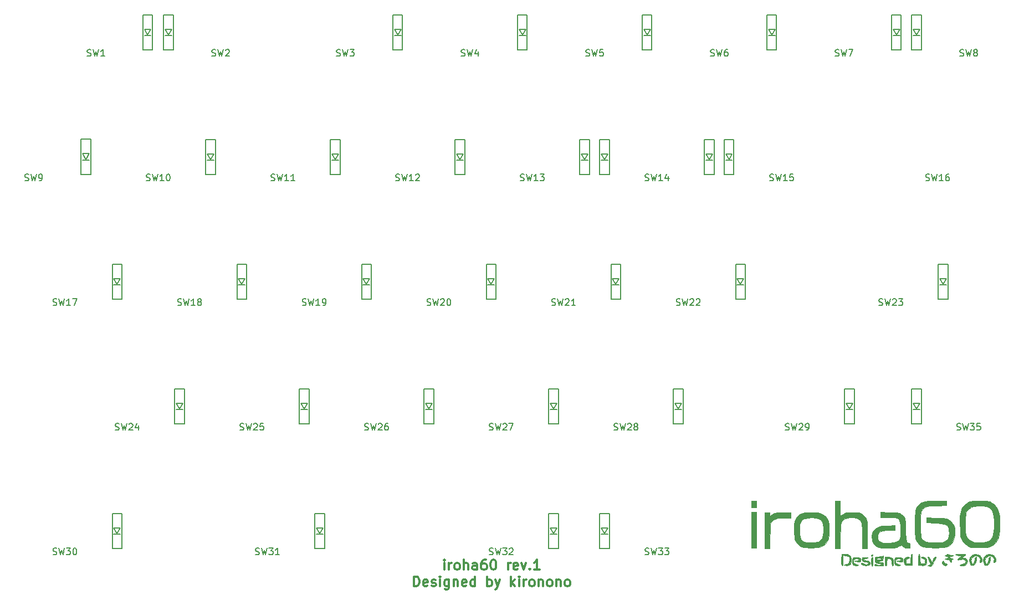
<source format=gto>
G04 #@! TF.GenerationSoftware,KiCad,Pcbnew,(5.1.5-0-10_14)*
G04 #@! TF.CreationDate,2020-07-25T11:38:42+09:00*
G04 #@! TF.ProjectId,iroha60-right,69726f68-6136-4302-9d72-696768742e6b,rev?*
G04 #@! TF.SameCoordinates,Original*
G04 #@! TF.FileFunction,Legend,Top*
G04 #@! TF.FilePolarity,Positive*
%FSLAX46Y46*%
G04 Gerber Fmt 4.6, Leading zero omitted, Abs format (unit mm)*
G04 Created by KiCad (PCBNEW (5.1.5-0-10_14)) date 2020-07-25 11:38:42*
%MOMM*%
%LPD*%
G04 APERTURE LIST*
%ADD10C,0.300000*%
%ADD11C,0.010000*%
%ADD12C,0.150000*%
G04 APERTURE END LIST*
D10*
X91325000Y-115441071D02*
X91325000Y-114441071D01*
X91325000Y-113941071D02*
X91253571Y-114012500D01*
X91325000Y-114083928D01*
X91396428Y-114012500D01*
X91325000Y-113941071D01*
X91325000Y-114083928D01*
X92039285Y-115441071D02*
X92039285Y-114441071D01*
X92039285Y-114726785D02*
X92110714Y-114583928D01*
X92182142Y-114512500D01*
X92325000Y-114441071D01*
X92467857Y-114441071D01*
X93182142Y-115441071D02*
X93039285Y-115369642D01*
X92967857Y-115298214D01*
X92896428Y-115155357D01*
X92896428Y-114726785D01*
X92967857Y-114583928D01*
X93039285Y-114512500D01*
X93182142Y-114441071D01*
X93396428Y-114441071D01*
X93539285Y-114512500D01*
X93610714Y-114583928D01*
X93682142Y-114726785D01*
X93682142Y-115155357D01*
X93610714Y-115298214D01*
X93539285Y-115369642D01*
X93396428Y-115441071D01*
X93182142Y-115441071D01*
X94325000Y-115441071D02*
X94325000Y-113941071D01*
X94967857Y-115441071D02*
X94967857Y-114655357D01*
X94896428Y-114512500D01*
X94753571Y-114441071D01*
X94539285Y-114441071D01*
X94396428Y-114512500D01*
X94325000Y-114583928D01*
X96325000Y-115441071D02*
X96325000Y-114655357D01*
X96253571Y-114512500D01*
X96110714Y-114441071D01*
X95825000Y-114441071D01*
X95682142Y-114512500D01*
X96325000Y-115369642D02*
X96182142Y-115441071D01*
X95825000Y-115441071D01*
X95682142Y-115369642D01*
X95610714Y-115226785D01*
X95610714Y-115083928D01*
X95682142Y-114941071D01*
X95825000Y-114869642D01*
X96182142Y-114869642D01*
X96325000Y-114798214D01*
X97682142Y-113941071D02*
X97396428Y-113941071D01*
X97253571Y-114012500D01*
X97182142Y-114083928D01*
X97039285Y-114298214D01*
X96967857Y-114583928D01*
X96967857Y-115155357D01*
X97039285Y-115298214D01*
X97110714Y-115369642D01*
X97253571Y-115441071D01*
X97539285Y-115441071D01*
X97682142Y-115369642D01*
X97753571Y-115298214D01*
X97825000Y-115155357D01*
X97825000Y-114798214D01*
X97753571Y-114655357D01*
X97682142Y-114583928D01*
X97539285Y-114512500D01*
X97253571Y-114512500D01*
X97110714Y-114583928D01*
X97039285Y-114655357D01*
X96967857Y-114798214D01*
X98753571Y-113941071D02*
X98896428Y-113941071D01*
X99039285Y-114012500D01*
X99110714Y-114083928D01*
X99182142Y-114226785D01*
X99253571Y-114512500D01*
X99253571Y-114869642D01*
X99182142Y-115155357D01*
X99110714Y-115298214D01*
X99039285Y-115369642D01*
X98896428Y-115441071D01*
X98753571Y-115441071D01*
X98610714Y-115369642D01*
X98539285Y-115298214D01*
X98467857Y-115155357D01*
X98396428Y-114869642D01*
X98396428Y-114512500D01*
X98467857Y-114226785D01*
X98539285Y-114083928D01*
X98610714Y-114012500D01*
X98753571Y-113941071D01*
X101039285Y-115441071D02*
X101039285Y-114441071D01*
X101039285Y-114726785D02*
X101110714Y-114583928D01*
X101182142Y-114512500D01*
X101325000Y-114441071D01*
X101467857Y-114441071D01*
X102539285Y-115369642D02*
X102396428Y-115441071D01*
X102110714Y-115441071D01*
X101967857Y-115369642D01*
X101896428Y-115226785D01*
X101896428Y-114655357D01*
X101967857Y-114512500D01*
X102110714Y-114441071D01*
X102396428Y-114441071D01*
X102539285Y-114512500D01*
X102610714Y-114655357D01*
X102610714Y-114798214D01*
X101896428Y-114941071D01*
X103110714Y-114441071D02*
X103467857Y-115441071D01*
X103825000Y-114441071D01*
X104396428Y-115298214D02*
X104467857Y-115369642D01*
X104396428Y-115441071D01*
X104325000Y-115369642D01*
X104396428Y-115298214D01*
X104396428Y-115441071D01*
X105896428Y-115441071D02*
X105039285Y-115441071D01*
X105467857Y-115441071D02*
X105467857Y-113941071D01*
X105325000Y-114155357D01*
X105182142Y-114298214D01*
X105039285Y-114369642D01*
X86682142Y-117991071D02*
X86682142Y-116491071D01*
X87039285Y-116491071D01*
X87253571Y-116562500D01*
X87396428Y-116705357D01*
X87467857Y-116848214D01*
X87539285Y-117133928D01*
X87539285Y-117348214D01*
X87467857Y-117633928D01*
X87396428Y-117776785D01*
X87253571Y-117919642D01*
X87039285Y-117991071D01*
X86682142Y-117991071D01*
X88753571Y-117919642D02*
X88610714Y-117991071D01*
X88325000Y-117991071D01*
X88182142Y-117919642D01*
X88110714Y-117776785D01*
X88110714Y-117205357D01*
X88182142Y-117062500D01*
X88325000Y-116991071D01*
X88610714Y-116991071D01*
X88753571Y-117062500D01*
X88825000Y-117205357D01*
X88825000Y-117348214D01*
X88110714Y-117491071D01*
X89396428Y-117919642D02*
X89539285Y-117991071D01*
X89825000Y-117991071D01*
X89967857Y-117919642D01*
X90039285Y-117776785D01*
X90039285Y-117705357D01*
X89967857Y-117562500D01*
X89825000Y-117491071D01*
X89610714Y-117491071D01*
X89467857Y-117419642D01*
X89396428Y-117276785D01*
X89396428Y-117205357D01*
X89467857Y-117062500D01*
X89610714Y-116991071D01*
X89825000Y-116991071D01*
X89967857Y-117062500D01*
X90682142Y-117991071D02*
X90682142Y-116991071D01*
X90682142Y-116491071D02*
X90610714Y-116562500D01*
X90682142Y-116633928D01*
X90753571Y-116562500D01*
X90682142Y-116491071D01*
X90682142Y-116633928D01*
X92039285Y-116991071D02*
X92039285Y-118205357D01*
X91967857Y-118348214D01*
X91896428Y-118419642D01*
X91753571Y-118491071D01*
X91539285Y-118491071D01*
X91396428Y-118419642D01*
X92039285Y-117919642D02*
X91896428Y-117991071D01*
X91610714Y-117991071D01*
X91467857Y-117919642D01*
X91396428Y-117848214D01*
X91325000Y-117705357D01*
X91325000Y-117276785D01*
X91396428Y-117133928D01*
X91467857Y-117062500D01*
X91610714Y-116991071D01*
X91896428Y-116991071D01*
X92039285Y-117062500D01*
X92753571Y-116991071D02*
X92753571Y-117991071D01*
X92753571Y-117133928D02*
X92825000Y-117062500D01*
X92967857Y-116991071D01*
X93182142Y-116991071D01*
X93325000Y-117062500D01*
X93396428Y-117205357D01*
X93396428Y-117991071D01*
X94682142Y-117919642D02*
X94539285Y-117991071D01*
X94253571Y-117991071D01*
X94110714Y-117919642D01*
X94039285Y-117776785D01*
X94039285Y-117205357D01*
X94110714Y-117062500D01*
X94253571Y-116991071D01*
X94539285Y-116991071D01*
X94682142Y-117062500D01*
X94753571Y-117205357D01*
X94753571Y-117348214D01*
X94039285Y-117491071D01*
X96039285Y-117991071D02*
X96039285Y-116491071D01*
X96039285Y-117919642D02*
X95896428Y-117991071D01*
X95610714Y-117991071D01*
X95467857Y-117919642D01*
X95396428Y-117848214D01*
X95325000Y-117705357D01*
X95325000Y-117276785D01*
X95396428Y-117133928D01*
X95467857Y-117062500D01*
X95610714Y-116991071D01*
X95896428Y-116991071D01*
X96039285Y-117062500D01*
X97896428Y-117991071D02*
X97896428Y-116491071D01*
X97896428Y-117062500D02*
X98039285Y-116991071D01*
X98325000Y-116991071D01*
X98467857Y-117062500D01*
X98539285Y-117133928D01*
X98610714Y-117276785D01*
X98610714Y-117705357D01*
X98539285Y-117848214D01*
X98467857Y-117919642D01*
X98325000Y-117991071D01*
X98039285Y-117991071D01*
X97896428Y-117919642D01*
X99110714Y-116991071D02*
X99467857Y-117991071D01*
X99825000Y-116991071D02*
X99467857Y-117991071D01*
X99325000Y-118348214D01*
X99253571Y-118419642D01*
X99110714Y-118491071D01*
X101539285Y-117991071D02*
X101539285Y-116491071D01*
X101682142Y-117419642D02*
X102110714Y-117991071D01*
X102110714Y-116991071D02*
X101539285Y-117562500D01*
X102753571Y-117991071D02*
X102753571Y-116991071D01*
X102753571Y-116491071D02*
X102682142Y-116562500D01*
X102753571Y-116633928D01*
X102825000Y-116562500D01*
X102753571Y-116491071D01*
X102753571Y-116633928D01*
X103467857Y-117991071D02*
X103467857Y-116991071D01*
X103467857Y-117276785D02*
X103539285Y-117133928D01*
X103610714Y-117062500D01*
X103753571Y-116991071D01*
X103896428Y-116991071D01*
X104610714Y-117991071D02*
X104467857Y-117919642D01*
X104396428Y-117848214D01*
X104325000Y-117705357D01*
X104325000Y-117276785D01*
X104396428Y-117133928D01*
X104467857Y-117062500D01*
X104610714Y-116991071D01*
X104825000Y-116991071D01*
X104967857Y-117062500D01*
X105039285Y-117133928D01*
X105110714Y-117276785D01*
X105110714Y-117705357D01*
X105039285Y-117848214D01*
X104967857Y-117919642D01*
X104825000Y-117991071D01*
X104610714Y-117991071D01*
X105753571Y-116991071D02*
X105753571Y-117991071D01*
X105753571Y-117133928D02*
X105825000Y-117062500D01*
X105967857Y-116991071D01*
X106182142Y-116991071D01*
X106325000Y-117062500D01*
X106396428Y-117205357D01*
X106396428Y-117991071D01*
X107325000Y-117991071D02*
X107182142Y-117919642D01*
X107110714Y-117848214D01*
X107039285Y-117705357D01*
X107039285Y-117276785D01*
X107110714Y-117133928D01*
X107182142Y-117062500D01*
X107325000Y-116991071D01*
X107539285Y-116991071D01*
X107682142Y-117062500D01*
X107753571Y-117133928D01*
X107825000Y-117276785D01*
X107825000Y-117705357D01*
X107753571Y-117848214D01*
X107682142Y-117919642D01*
X107539285Y-117991071D01*
X107325000Y-117991071D01*
X108467857Y-116991071D02*
X108467857Y-117991071D01*
X108467857Y-117133928D02*
X108539285Y-117062500D01*
X108682142Y-116991071D01*
X108896428Y-116991071D01*
X109039285Y-117062500D01*
X109110714Y-117205357D01*
X109110714Y-117991071D01*
X110039285Y-117991071D02*
X109896428Y-117919642D01*
X109825000Y-117848214D01*
X109753571Y-117705357D01*
X109753571Y-117276785D01*
X109825000Y-117133928D01*
X109896428Y-117062500D01*
X110039285Y-116991071D01*
X110253571Y-116991071D01*
X110396428Y-117062500D01*
X110467857Y-117133928D01*
X110539285Y-117276785D01*
X110539285Y-117705357D01*
X110467857Y-117848214D01*
X110396428Y-117919642D01*
X110253571Y-117991071D01*
X110039285Y-117991071D01*
D11*
G36*
X139031334Y-105909834D02*
G01*
X138269334Y-105909834D01*
X138269334Y-104893834D01*
X139031334Y-104893834D01*
X139031334Y-105909834D01*
G37*
X139031334Y-105909834D02*
X138269334Y-105909834D01*
X138269334Y-104893834D01*
X139031334Y-104893834D01*
X139031334Y-105909834D01*
G36*
X173621342Y-104937444D02*
G01*
X173996319Y-104944024D01*
X174267228Y-104960023D01*
X174466701Y-104989563D01*
X174627369Y-105036763D01*
X174781861Y-105105741D01*
X174887667Y-105160619D01*
X175293982Y-105422453D01*
X175614761Y-105741730D01*
X175857464Y-106137387D01*
X176029548Y-106628357D01*
X176138474Y-107233576D01*
X176191698Y-107971979D01*
X176200000Y-108492167D01*
X176176801Y-109321301D01*
X176102270Y-110005677D01*
X175969007Y-110564073D01*
X175769610Y-111015266D01*
X175496679Y-111378034D01*
X175142813Y-111671154D01*
X174887667Y-111821879D01*
X174708874Y-111910055D01*
X174540391Y-111972090D01*
X174346530Y-112013211D01*
X174091605Y-112038644D01*
X173739930Y-112053615D01*
X173255818Y-112063349D01*
X173236667Y-112063650D01*
X172774557Y-112065083D01*
X172352464Y-112055816D01*
X172009338Y-112037455D01*
X171784129Y-112011605D01*
X171743546Y-112002081D01*
X171228124Y-111762196D01*
X170776470Y-111391215D01*
X170432469Y-110926204D01*
X170402238Y-110869245D01*
X170314945Y-110694503D01*
X170249776Y-110541660D01*
X170203018Y-110382173D01*
X170170959Y-110187502D01*
X170149886Y-109929105D01*
X170136088Y-109578438D01*
X170125852Y-109106962D01*
X170118825Y-108690226D01*
X170115966Y-108356225D01*
X170905613Y-108356225D01*
X170908534Y-108864274D01*
X170923962Y-109343285D01*
X170951896Y-109753676D01*
X170992335Y-110055867D01*
X171018987Y-110159043D01*
X171259638Y-110625615D01*
X171610022Y-110966606D01*
X172077902Y-111188418D01*
X172347667Y-111254654D01*
X172723017Y-111293727D01*
X173167548Y-111293301D01*
X173625545Y-111258182D01*
X174041289Y-111193175D01*
X174359066Y-111103088D01*
X174419108Y-111075975D01*
X174706065Y-110903211D01*
X174926434Y-110698886D01*
X175088254Y-110439710D01*
X175199565Y-110102395D01*
X175268406Y-109663650D01*
X175302815Y-109100186D01*
X175311000Y-108492167D01*
X175300408Y-107805357D01*
X175263019Y-107263034D01*
X175190418Y-106841353D01*
X175074186Y-106516469D01*
X174905906Y-106264536D01*
X174677161Y-106061708D01*
X174392830Y-105891038D01*
X174205664Y-105806615D01*
X174004908Y-105752297D01*
X173747340Y-105721908D01*
X173389736Y-105709268D01*
X173109667Y-105707634D01*
X172671436Y-105712600D01*
X172359132Y-105731614D01*
X172129534Y-105770856D01*
X171939417Y-105836502D01*
X171826503Y-105891038D01*
X171414793Y-106181373D01*
X171128884Y-106569542D01*
X171018987Y-106825290D01*
X170971884Y-107053672D01*
X170937288Y-107411343D01*
X170915197Y-107858721D01*
X170905613Y-108356225D01*
X170115966Y-108356225D01*
X170112760Y-107981862D01*
X170123293Y-107416071D01*
X170154725Y-106966540D01*
X170211360Y-106606957D01*
X170297500Y-106311009D01*
X170417450Y-106052382D01*
X170575510Y-105804763D01*
X170595144Y-105777432D01*
X170809374Y-105547251D01*
X171100152Y-105313942D01*
X171295862Y-105190167D01*
X171472099Y-105095210D01*
X171624659Y-105027470D01*
X171786364Y-104982352D01*
X171990037Y-104955259D01*
X172268499Y-104941595D01*
X172654574Y-104936763D01*
X173109667Y-104936167D01*
X173621342Y-104937444D01*
G37*
X173621342Y-104937444D02*
X173996319Y-104944024D01*
X174267228Y-104960023D01*
X174466701Y-104989563D01*
X174627369Y-105036763D01*
X174781861Y-105105741D01*
X174887667Y-105160619D01*
X175293982Y-105422453D01*
X175614761Y-105741730D01*
X175857464Y-106137387D01*
X176029548Y-106628357D01*
X176138474Y-107233576D01*
X176191698Y-107971979D01*
X176200000Y-108492167D01*
X176176801Y-109321301D01*
X176102270Y-110005677D01*
X175969007Y-110564073D01*
X175769610Y-111015266D01*
X175496679Y-111378034D01*
X175142813Y-111671154D01*
X174887667Y-111821879D01*
X174708874Y-111910055D01*
X174540391Y-111972090D01*
X174346530Y-112013211D01*
X174091605Y-112038644D01*
X173739930Y-112053615D01*
X173255818Y-112063349D01*
X173236667Y-112063650D01*
X172774557Y-112065083D01*
X172352464Y-112055816D01*
X172009338Y-112037455D01*
X171784129Y-112011605D01*
X171743546Y-112002081D01*
X171228124Y-111762196D01*
X170776470Y-111391215D01*
X170432469Y-110926204D01*
X170402238Y-110869245D01*
X170314945Y-110694503D01*
X170249776Y-110541660D01*
X170203018Y-110382173D01*
X170170959Y-110187502D01*
X170149886Y-109929105D01*
X170136088Y-109578438D01*
X170125852Y-109106962D01*
X170118825Y-108690226D01*
X170115966Y-108356225D01*
X170905613Y-108356225D01*
X170908534Y-108864274D01*
X170923962Y-109343285D01*
X170951896Y-109753676D01*
X170992335Y-110055867D01*
X171018987Y-110159043D01*
X171259638Y-110625615D01*
X171610022Y-110966606D01*
X172077902Y-111188418D01*
X172347667Y-111254654D01*
X172723017Y-111293727D01*
X173167548Y-111293301D01*
X173625545Y-111258182D01*
X174041289Y-111193175D01*
X174359066Y-111103088D01*
X174419108Y-111075975D01*
X174706065Y-110903211D01*
X174926434Y-110698886D01*
X175088254Y-110439710D01*
X175199565Y-110102395D01*
X175268406Y-109663650D01*
X175302815Y-109100186D01*
X175311000Y-108492167D01*
X175300408Y-107805357D01*
X175263019Y-107263034D01*
X175190418Y-106841353D01*
X175074186Y-106516469D01*
X174905906Y-106264536D01*
X174677161Y-106061708D01*
X174392830Y-105891038D01*
X174205664Y-105806615D01*
X174004908Y-105752297D01*
X173747340Y-105721908D01*
X173389736Y-105709268D01*
X173109667Y-105707634D01*
X172671436Y-105712600D01*
X172359132Y-105731614D01*
X172129534Y-105770856D01*
X171939417Y-105836502D01*
X171826503Y-105891038D01*
X171414793Y-106181373D01*
X171128884Y-106569542D01*
X171018987Y-106825290D01*
X170971884Y-107053672D01*
X170937288Y-107411343D01*
X170915197Y-107858721D01*
X170905613Y-108356225D01*
X170115966Y-108356225D01*
X170112760Y-107981862D01*
X170123293Y-107416071D01*
X170154725Y-106966540D01*
X170211360Y-106606957D01*
X170297500Y-106311009D01*
X170417450Y-106052382D01*
X170575510Y-105804763D01*
X170595144Y-105777432D01*
X170809374Y-105547251D01*
X171100152Y-105313942D01*
X171295862Y-105190167D01*
X171472099Y-105095210D01*
X171624659Y-105027470D01*
X171786364Y-104982352D01*
X171990037Y-104955259D01*
X172268499Y-104941595D01*
X172654574Y-104936763D01*
X173109667Y-104936167D01*
X173621342Y-104937444D01*
G36*
X168072000Y-105634504D02*
G01*
X166610929Y-105670690D01*
X165967718Y-105693126D01*
X165468673Y-105729283D01*
X165088758Y-105786195D01*
X164802938Y-105870898D01*
X164586176Y-105990427D01*
X164413437Y-106151818D01*
X164284284Y-106324521D01*
X164222220Y-106424420D01*
X164175233Y-106528966D01*
X164141229Y-106662071D01*
X164118115Y-106847652D01*
X164103796Y-107109621D01*
X164096179Y-107471893D01*
X164093168Y-107958382D01*
X164092667Y-108512791D01*
X164094534Y-109190488D01*
X164103949Y-109720752D01*
X164126634Y-110125475D01*
X164168309Y-110426545D01*
X164234695Y-110645855D01*
X164331513Y-110805295D01*
X164464484Y-110926755D01*
X164639330Y-111032126D01*
X164768151Y-111097439D01*
X164944014Y-111175401D01*
X165123326Y-111228463D01*
X165343239Y-111261158D01*
X165640902Y-111278018D01*
X166053465Y-111283575D01*
X166294000Y-111283579D01*
X166782499Y-111278843D01*
X167137224Y-111264441D01*
X167393642Y-111236305D01*
X167587221Y-111190367D01*
X167753428Y-111122559D01*
X167770203Y-111114271D01*
X168088383Y-110918420D01*
X168293617Y-110686806D01*
X168406240Y-110380613D01*
X168446585Y-109961025D01*
X168447715Y-109820950D01*
X168427245Y-109381429D01*
X168358278Y-109037861D01*
X168222552Y-108777733D01*
X168001805Y-108588532D01*
X167677776Y-108457744D01*
X167232203Y-108372855D01*
X166646824Y-108321352D01*
X166230500Y-108301635D01*
X165024000Y-108255629D01*
X165024000Y-107501426D01*
X166442167Y-107531130D01*
X166966615Y-107543245D01*
X167354673Y-107557536D01*
X167639260Y-107578853D01*
X167853299Y-107612044D01*
X168029710Y-107661959D01*
X168201414Y-107733446D01*
X168368334Y-107814834D01*
X168748078Y-108055540D01*
X169017891Y-108357137D01*
X169194696Y-108749370D01*
X169295415Y-109261981D01*
X169316250Y-109480962D01*
X169314482Y-110203758D01*
X169191700Y-110809977D01*
X168948416Y-111298660D01*
X168585145Y-111668844D01*
X168102401Y-111919570D01*
X167993133Y-111954832D01*
X167645075Y-112024364D01*
X167180906Y-112070722D01*
X166644670Y-112094224D01*
X166080412Y-112095189D01*
X165532175Y-112073933D01*
X165044003Y-112030775D01*
X164659939Y-111966032D01*
X164532599Y-111929867D01*
X164014243Y-111671600D01*
X163619052Y-111298659D01*
X163406517Y-110947500D01*
X163356198Y-110822364D01*
X163317747Y-110676553D01*
X163289581Y-110486558D01*
X163270122Y-110228870D01*
X163257789Y-109879982D01*
X163251003Y-109416384D01*
X163248184Y-108814569D01*
X163247860Y-108586656D01*
X163249602Y-107859847D01*
X163258991Y-107279796D01*
X163280040Y-106823965D01*
X163316760Y-106469819D01*
X163373164Y-106194820D01*
X163453266Y-105976431D01*
X163561078Y-105792117D01*
X163700613Y-105619339D01*
X163794017Y-105519314D01*
X164008774Y-105320025D01*
X164238028Y-105166919D01*
X164507112Y-105054275D01*
X164841355Y-104976371D01*
X165266090Y-104927486D01*
X165806647Y-104901899D01*
X166488358Y-104893888D01*
X166563367Y-104893834D01*
X168072000Y-104893834D01*
X168072000Y-105634504D01*
G37*
X168072000Y-105634504D02*
X166610929Y-105670690D01*
X165967718Y-105693126D01*
X165468673Y-105729283D01*
X165088758Y-105786195D01*
X164802938Y-105870898D01*
X164586176Y-105990427D01*
X164413437Y-106151818D01*
X164284284Y-106324521D01*
X164222220Y-106424420D01*
X164175233Y-106528966D01*
X164141229Y-106662071D01*
X164118115Y-106847652D01*
X164103796Y-107109621D01*
X164096179Y-107471893D01*
X164093168Y-107958382D01*
X164092667Y-108512791D01*
X164094534Y-109190488D01*
X164103949Y-109720752D01*
X164126634Y-110125475D01*
X164168309Y-110426545D01*
X164234695Y-110645855D01*
X164331513Y-110805295D01*
X164464484Y-110926755D01*
X164639330Y-111032126D01*
X164768151Y-111097439D01*
X164944014Y-111175401D01*
X165123326Y-111228463D01*
X165343239Y-111261158D01*
X165640902Y-111278018D01*
X166053465Y-111283575D01*
X166294000Y-111283579D01*
X166782499Y-111278843D01*
X167137224Y-111264441D01*
X167393642Y-111236305D01*
X167587221Y-111190367D01*
X167753428Y-111122559D01*
X167770203Y-111114271D01*
X168088383Y-110918420D01*
X168293617Y-110686806D01*
X168406240Y-110380613D01*
X168446585Y-109961025D01*
X168447715Y-109820950D01*
X168427245Y-109381429D01*
X168358278Y-109037861D01*
X168222552Y-108777733D01*
X168001805Y-108588532D01*
X167677776Y-108457744D01*
X167232203Y-108372855D01*
X166646824Y-108321352D01*
X166230500Y-108301635D01*
X165024000Y-108255629D01*
X165024000Y-107501426D01*
X166442167Y-107531130D01*
X166966615Y-107543245D01*
X167354673Y-107557536D01*
X167639260Y-107578853D01*
X167853299Y-107612044D01*
X168029710Y-107661959D01*
X168201414Y-107733446D01*
X168368334Y-107814834D01*
X168748078Y-108055540D01*
X169017891Y-108357137D01*
X169194696Y-108749370D01*
X169295415Y-109261981D01*
X169316250Y-109480962D01*
X169314482Y-110203758D01*
X169191700Y-110809977D01*
X168948416Y-111298660D01*
X168585145Y-111668844D01*
X168102401Y-111919570D01*
X167993133Y-111954832D01*
X167645075Y-112024364D01*
X167180906Y-112070722D01*
X166644670Y-112094224D01*
X166080412Y-112095189D01*
X165532175Y-112073933D01*
X165044003Y-112030775D01*
X164659939Y-111966032D01*
X164532599Y-111929867D01*
X164014243Y-111671600D01*
X163619052Y-111298659D01*
X163406517Y-110947500D01*
X163356198Y-110822364D01*
X163317747Y-110676553D01*
X163289581Y-110486558D01*
X163270122Y-110228870D01*
X163257789Y-109879982D01*
X163251003Y-109416384D01*
X163248184Y-108814569D01*
X163247860Y-108586656D01*
X163249602Y-107859847D01*
X163258991Y-107279796D01*
X163280040Y-106823965D01*
X163316760Y-106469819D01*
X163373164Y-106194820D01*
X163453266Y-105976431D01*
X163561078Y-105792117D01*
X163700613Y-105619339D01*
X163794017Y-105519314D01*
X164008774Y-105320025D01*
X164238028Y-105166919D01*
X164507112Y-105054275D01*
X164841355Y-104976371D01*
X165266090Y-104927486D01*
X165806647Y-104901899D01*
X166488358Y-104893888D01*
X166563367Y-104893834D01*
X168072000Y-104893834D01*
X168072000Y-105634504D01*
G36*
X147901485Y-106673834D02*
G01*
X148215833Y-106684882D01*
X148447040Y-106712552D01*
X148638199Y-106764416D01*
X148832405Y-106848046D01*
X149026762Y-106947000D01*
X149344578Y-107131008D01*
X149562810Y-107316296D01*
X149741901Y-107559505D01*
X149817326Y-107687834D01*
X149919884Y-107874466D01*
X149991571Y-108033738D01*
X150037914Y-108201235D01*
X150064441Y-108412545D01*
X150076678Y-108703254D01*
X150080154Y-109108950D01*
X150080334Y-109381167D01*
X150078062Y-109873845D01*
X150068362Y-110232666D01*
X150046909Y-110493076D01*
X150009377Y-110690522D01*
X149951441Y-110860452D01*
X149881166Y-111013302D01*
X149579291Y-111456892D01*
X149161176Y-111786060D01*
X148772708Y-111961839D01*
X148475803Y-112027774D01*
X148060607Y-112069578D01*
X147576394Y-112087528D01*
X147072439Y-112081899D01*
X146598014Y-112052968D01*
X146202395Y-112001010D01*
X145984584Y-111946233D01*
X145614248Y-111752615D01*
X145272467Y-111464097D01*
X145007219Y-111128390D01*
X144879303Y-110847164D01*
X144846148Y-110643332D01*
X144818455Y-110312387D01*
X144798738Y-109896527D01*
X144789512Y-109437947D01*
X144789308Y-109381167D01*
X145593482Y-109381167D01*
X145613961Y-109974484D01*
X145683026Y-110425715D01*
X145813112Y-110758207D01*
X146016657Y-110995303D01*
X146306097Y-111160349D01*
X146589954Y-111251647D01*
X146843068Y-111287551D01*
X147191712Y-111300155D01*
X147584075Y-111291916D01*
X147968345Y-111265293D01*
X148292712Y-111222743D01*
X148505365Y-111166724D01*
X148519166Y-111160129D01*
X148841225Y-110933109D01*
X149068551Y-110624117D01*
X149207488Y-110214848D01*
X149264378Y-109686996D01*
X149248029Y-109056515D01*
X149178418Y-108513319D01*
X149043348Y-108104138D01*
X148824020Y-107812872D01*
X148501633Y-107623422D01*
X148057388Y-107519690D01*
X147472485Y-107485575D01*
X147413334Y-107485370D01*
X146845272Y-107511896D01*
X146412561Y-107598268D01*
X146088664Y-107754679D01*
X145847042Y-107991320D01*
X145762334Y-108119425D01*
X145686180Y-108274529D01*
X145636419Y-108455702D01*
X145607887Y-108701542D01*
X145595417Y-109050646D01*
X145593482Y-109381167D01*
X144789308Y-109381167D01*
X144789139Y-109334291D01*
X144791084Y-108852862D01*
X144800609Y-108503924D01*
X144822577Y-108250659D01*
X144861855Y-108056246D01*
X144923306Y-107883865D01*
X145003268Y-107713767D01*
X145232636Y-107345585D01*
X145520381Y-107067918D01*
X145888740Y-106871338D01*
X146359946Y-106746418D01*
X146956236Y-106683732D01*
X147460904Y-106671834D01*
X147901485Y-106673834D01*
G37*
X147901485Y-106673834D02*
X148215833Y-106684882D01*
X148447040Y-106712552D01*
X148638199Y-106764416D01*
X148832405Y-106848046D01*
X149026762Y-106947000D01*
X149344578Y-107131008D01*
X149562810Y-107316296D01*
X149741901Y-107559505D01*
X149817326Y-107687834D01*
X149919884Y-107874466D01*
X149991571Y-108033738D01*
X150037914Y-108201235D01*
X150064441Y-108412545D01*
X150076678Y-108703254D01*
X150080154Y-109108950D01*
X150080334Y-109381167D01*
X150078062Y-109873845D01*
X150068362Y-110232666D01*
X150046909Y-110493076D01*
X150009377Y-110690522D01*
X149951441Y-110860452D01*
X149881166Y-111013302D01*
X149579291Y-111456892D01*
X149161176Y-111786060D01*
X148772708Y-111961839D01*
X148475803Y-112027774D01*
X148060607Y-112069578D01*
X147576394Y-112087528D01*
X147072439Y-112081899D01*
X146598014Y-112052968D01*
X146202395Y-112001010D01*
X145984584Y-111946233D01*
X145614248Y-111752615D01*
X145272467Y-111464097D01*
X145007219Y-111128390D01*
X144879303Y-110847164D01*
X144846148Y-110643332D01*
X144818455Y-110312387D01*
X144798738Y-109896527D01*
X144789512Y-109437947D01*
X144789308Y-109381167D01*
X145593482Y-109381167D01*
X145613961Y-109974484D01*
X145683026Y-110425715D01*
X145813112Y-110758207D01*
X146016657Y-110995303D01*
X146306097Y-111160349D01*
X146589954Y-111251647D01*
X146843068Y-111287551D01*
X147191712Y-111300155D01*
X147584075Y-111291916D01*
X147968345Y-111265293D01*
X148292712Y-111222743D01*
X148505365Y-111166724D01*
X148519166Y-111160129D01*
X148841225Y-110933109D01*
X149068551Y-110624117D01*
X149207488Y-110214848D01*
X149264378Y-109686996D01*
X149248029Y-109056515D01*
X149178418Y-108513319D01*
X149043348Y-108104138D01*
X148824020Y-107812872D01*
X148501633Y-107623422D01*
X148057388Y-107519690D01*
X147472485Y-107485575D01*
X147413334Y-107485370D01*
X146845272Y-107511896D01*
X146412561Y-107598268D01*
X146088664Y-107754679D01*
X145847042Y-107991320D01*
X145762334Y-108119425D01*
X145686180Y-108274529D01*
X145636419Y-108455702D01*
X145607887Y-108701542D01*
X145595417Y-109050646D01*
X145593482Y-109381167D01*
X144789308Y-109381167D01*
X144789139Y-109334291D01*
X144791084Y-108852862D01*
X144800609Y-108503924D01*
X144822577Y-108250659D01*
X144861855Y-108056246D01*
X144923306Y-107883865D01*
X145003268Y-107713767D01*
X145232636Y-107345585D01*
X145520381Y-107067918D01*
X145888740Y-106871338D01*
X146359946Y-106746418D01*
X146956236Y-106683732D01*
X147460904Y-106671834D01*
X147901485Y-106673834D01*
G36*
X139031334Y-112090500D02*
G01*
X138269334Y-112090500D01*
X138269334Y-106587167D01*
X139031334Y-106587167D01*
X139031334Y-112090500D01*
G37*
X139031334Y-112090500D02*
X138269334Y-112090500D01*
X138269334Y-106587167D01*
X139031334Y-106587167D01*
X139031334Y-112090500D01*
G36*
X159330167Y-106685562D02*
G01*
X159841528Y-106698277D01*
X160215908Y-106714118D01*
X160485654Y-106737637D01*
X160683111Y-106773389D01*
X160840626Y-106825925D01*
X160990546Y-106899799D01*
X161037167Y-106925834D01*
X161265406Y-107060694D01*
X161440194Y-107189612D01*
X161569334Y-107336991D01*
X161660632Y-107527236D01*
X161721894Y-107784751D01*
X161760923Y-108133938D01*
X161785525Y-108599203D01*
X161803506Y-109204950D01*
X161806667Y-109331822D01*
X161824693Y-109965188D01*
X161846720Y-110449110D01*
X161877536Y-110803474D01*
X161921929Y-111048168D01*
X161984685Y-111203078D01*
X162070592Y-111288092D01*
X162184439Y-111323097D01*
X162287339Y-111328500D01*
X162410732Y-111341992D01*
X162466856Y-111411917D01*
X162475500Y-111582454D01*
X162467472Y-111730667D01*
X162441667Y-112132834D01*
X162039507Y-112127513D01*
X161737142Y-112096772D01*
X161517812Y-111994865D01*
X161403152Y-111897821D01*
X161168959Y-111673449D01*
X160705081Y-111903141D01*
X160492413Y-112001212D01*
X160295144Y-112067871D01*
X160071099Y-112110015D01*
X159778105Y-112134546D01*
X159373988Y-112148363D01*
X159182435Y-112152241D01*
X158603736Y-112152496D01*
X158165010Y-112127781D01*
X157838458Y-112076056D01*
X157727077Y-112045472D01*
X157272958Y-111826812D01*
X156947441Y-111498554D01*
X156746295Y-111056120D01*
X156721450Y-110957259D01*
X156656111Y-110368141D01*
X156737625Y-109854181D01*
X156963126Y-109422480D01*
X157329752Y-109080139D01*
X157524877Y-108964841D01*
X157715736Y-108874999D01*
X157904295Y-108812224D01*
X158129225Y-108770319D01*
X158429193Y-108743085D01*
X158842868Y-108724324D01*
X159070044Y-108717181D01*
X160198000Y-108684220D01*
X160198000Y-109381167D01*
X159532223Y-109381167D01*
X158869036Y-109403425D01*
X158356346Y-109474789D01*
X157980665Y-109602138D01*
X157728503Y-109792355D01*
X157586374Y-110052321D01*
X157540789Y-110388917D01*
X157540769Y-110397167D01*
X157585901Y-110762761D01*
X157734559Y-111026203D01*
X158006641Y-111207846D01*
X158422046Y-111328042D01*
X158457333Y-111334741D01*
X158922292Y-111382884D01*
X159429192Y-111374264D01*
X159917987Y-111314439D01*
X160328634Y-111208965D01*
X160471422Y-111148348D01*
X160681412Y-111024040D01*
X160834914Y-110877747D01*
X160939575Y-110682985D01*
X161003042Y-110413269D01*
X161032962Y-110042115D01*
X161036982Y-109543038D01*
X161031057Y-109210153D01*
X161011946Y-108643976D01*
X160970177Y-108213020D01*
X160885013Y-107898847D01*
X160735714Y-107683016D01*
X160501545Y-107547090D01*
X160161767Y-107472628D01*
X159695641Y-107441191D01*
X159082430Y-107434341D01*
X159033834Y-107434306D01*
X157996667Y-107433834D01*
X157996667Y-106656956D01*
X159330167Y-106685562D01*
G37*
X159330167Y-106685562D02*
X159841528Y-106698277D01*
X160215908Y-106714118D01*
X160485654Y-106737637D01*
X160683111Y-106773389D01*
X160840626Y-106825925D01*
X160990546Y-106899799D01*
X161037167Y-106925834D01*
X161265406Y-107060694D01*
X161440194Y-107189612D01*
X161569334Y-107336991D01*
X161660632Y-107527236D01*
X161721894Y-107784751D01*
X161760923Y-108133938D01*
X161785525Y-108599203D01*
X161803506Y-109204950D01*
X161806667Y-109331822D01*
X161824693Y-109965188D01*
X161846720Y-110449110D01*
X161877536Y-110803474D01*
X161921929Y-111048168D01*
X161984685Y-111203078D01*
X162070592Y-111288092D01*
X162184439Y-111323097D01*
X162287339Y-111328500D01*
X162410732Y-111341992D01*
X162466856Y-111411917D01*
X162475500Y-111582454D01*
X162467472Y-111730667D01*
X162441667Y-112132834D01*
X162039507Y-112127513D01*
X161737142Y-112096772D01*
X161517812Y-111994865D01*
X161403152Y-111897821D01*
X161168959Y-111673449D01*
X160705081Y-111903141D01*
X160492413Y-112001212D01*
X160295144Y-112067871D01*
X160071099Y-112110015D01*
X159778105Y-112134546D01*
X159373988Y-112148363D01*
X159182435Y-112152241D01*
X158603736Y-112152496D01*
X158165010Y-112127781D01*
X157838458Y-112076056D01*
X157727077Y-112045472D01*
X157272958Y-111826812D01*
X156947441Y-111498554D01*
X156746295Y-111056120D01*
X156721450Y-110957259D01*
X156656111Y-110368141D01*
X156737625Y-109854181D01*
X156963126Y-109422480D01*
X157329752Y-109080139D01*
X157524877Y-108964841D01*
X157715736Y-108874999D01*
X157904295Y-108812224D01*
X158129225Y-108770319D01*
X158429193Y-108743085D01*
X158842868Y-108724324D01*
X159070044Y-108717181D01*
X160198000Y-108684220D01*
X160198000Y-109381167D01*
X159532223Y-109381167D01*
X158869036Y-109403425D01*
X158356346Y-109474789D01*
X157980665Y-109602138D01*
X157728503Y-109792355D01*
X157586374Y-110052321D01*
X157540789Y-110388917D01*
X157540769Y-110397167D01*
X157585901Y-110762761D01*
X157734559Y-111026203D01*
X158006641Y-111207846D01*
X158422046Y-111328042D01*
X158457333Y-111334741D01*
X158922292Y-111382884D01*
X159429192Y-111374264D01*
X159917987Y-111314439D01*
X160328634Y-111208965D01*
X160471422Y-111148348D01*
X160681412Y-111024040D01*
X160834914Y-110877747D01*
X160939575Y-110682985D01*
X161003042Y-110413269D01*
X161032962Y-110042115D01*
X161036982Y-109543038D01*
X161031057Y-109210153D01*
X161011946Y-108643976D01*
X160970177Y-108213020D01*
X160885013Y-107898847D01*
X160735714Y-107683016D01*
X160501545Y-107547090D01*
X160161767Y-107472628D01*
X159695641Y-107441191D01*
X159082430Y-107434341D01*
X159033834Y-107434306D01*
X157996667Y-107433834D01*
X157996667Y-106656956D01*
X159330167Y-106685562D01*
G36*
X151816000Y-107170788D02*
G01*
X152290264Y-106921311D01*
X152531998Y-106802588D01*
X152743240Y-106728786D01*
X152978054Y-106689478D01*
X153290504Y-106674238D01*
X153581431Y-106672306D01*
X154134470Y-106686875D01*
X154557397Y-106736174D01*
X154887545Y-106829683D01*
X155162240Y-106976881D01*
X155345272Y-107120226D01*
X155524160Y-107286374D01*
X155664699Y-107449287D01*
X155771509Y-107631431D01*
X155849214Y-107855273D01*
X155902435Y-108143281D01*
X155935794Y-108517919D01*
X155953913Y-109001656D01*
X155961414Y-109616957D01*
X155962807Y-110122000D01*
X155964667Y-112175167D01*
X155216750Y-112175167D01*
X155188542Y-110291334D01*
X155175427Y-109605044D01*
X155155370Y-109065953D01*
X155122839Y-108651930D01*
X155072300Y-108340846D01*
X154998219Y-108110571D01*
X154895064Y-107938977D01*
X154757301Y-107803933D01*
X154579397Y-107683310D01*
X154528935Y-107653360D01*
X154212454Y-107537614D01*
X153796895Y-107478625D01*
X153342710Y-107476366D01*
X152910350Y-107530809D01*
X152560265Y-107641926D01*
X152535667Y-107654282D01*
X152334131Y-107768934D01*
X152176872Y-107891565D01*
X152058040Y-108044079D01*
X151971783Y-108248384D01*
X151912251Y-108526384D01*
X151873593Y-108899985D01*
X151849959Y-109391092D01*
X151835497Y-110021612D01*
X151831347Y-110291334D01*
X151804360Y-112175167D01*
X151054000Y-112175167D01*
X151054000Y-104893834D01*
X151816000Y-104893834D01*
X151816000Y-107170788D01*
G37*
X151816000Y-107170788D02*
X152290264Y-106921311D01*
X152531998Y-106802588D01*
X152743240Y-106728786D01*
X152978054Y-106689478D01*
X153290504Y-106674238D01*
X153581431Y-106672306D01*
X154134470Y-106686875D01*
X154557397Y-106736174D01*
X154887545Y-106829683D01*
X155162240Y-106976881D01*
X155345272Y-107120226D01*
X155524160Y-107286374D01*
X155664699Y-107449287D01*
X155771509Y-107631431D01*
X155849214Y-107855273D01*
X155902435Y-108143281D01*
X155935794Y-108517919D01*
X155953913Y-109001656D01*
X155961414Y-109616957D01*
X155962807Y-110122000D01*
X155964667Y-112175167D01*
X155216750Y-112175167D01*
X155188542Y-110291334D01*
X155175427Y-109605044D01*
X155155370Y-109065953D01*
X155122839Y-108651930D01*
X155072300Y-108340846D01*
X154998219Y-108110571D01*
X154895064Y-107938977D01*
X154757301Y-107803933D01*
X154579397Y-107683310D01*
X154528935Y-107653360D01*
X154212454Y-107537614D01*
X153796895Y-107478625D01*
X153342710Y-107476366D01*
X152910350Y-107530809D01*
X152560265Y-107641926D01*
X152535667Y-107654282D01*
X152334131Y-107768934D01*
X152176872Y-107891565D01*
X152058040Y-108044079D01*
X151971783Y-108248384D01*
X151912251Y-108526384D01*
X151873593Y-108899985D01*
X151849959Y-109391092D01*
X151835497Y-110021612D01*
X151831347Y-110291334D01*
X151804360Y-112175167D01*
X151054000Y-112175167D01*
X151054000Y-104893834D01*
X151816000Y-104893834D01*
X151816000Y-107170788D01*
G36*
X144280667Y-106671834D02*
G01*
X144280667Y-107518500D01*
X143240273Y-107518500D01*
X142783199Y-107522094D01*
X142455436Y-107536465D01*
X142217048Y-107566995D01*
X142028098Y-107619070D01*
X141848650Y-107698071D01*
X141827063Y-107709000D01*
X141609625Y-107824947D01*
X141440916Y-107938419D01*
X141314378Y-108071879D01*
X141223450Y-108247789D01*
X141161574Y-108488614D01*
X141122191Y-108816815D01*
X141098742Y-109254857D01*
X141084667Y-109825201D01*
X141077459Y-110276190D01*
X141049250Y-112175167D01*
X140301334Y-112175167D01*
X140301334Y-106671834D01*
X140682334Y-106671834D01*
X140916434Y-106678066D01*
X141027287Y-106721009D01*
X141060980Y-106837028D01*
X141063334Y-106972476D01*
X141063334Y-107273118D01*
X141338500Y-107068835D01*
X141584999Y-106909089D01*
X141847070Y-106797121D01*
X142160824Y-106725373D01*
X142562370Y-106686284D01*
X143087820Y-106672296D01*
X143234968Y-106671833D01*
X144280667Y-106671834D01*
G37*
X144280667Y-106671834D02*
X144280667Y-107518500D01*
X143240273Y-107518500D01*
X142783199Y-107522094D01*
X142455436Y-107536465D01*
X142217048Y-107566995D01*
X142028098Y-107619070D01*
X141848650Y-107698071D01*
X141827063Y-107709000D01*
X141609625Y-107824947D01*
X141440916Y-107938419D01*
X141314378Y-108071879D01*
X141223450Y-108247789D01*
X141161574Y-108488614D01*
X141122191Y-108816815D01*
X141098742Y-109254857D01*
X141084667Y-109825201D01*
X141077459Y-110276190D01*
X141049250Y-112175167D01*
X140301334Y-112175167D01*
X140301334Y-106671834D01*
X140682334Y-106671834D01*
X140916434Y-106678066D01*
X141027287Y-106721009D01*
X141060980Y-106837028D01*
X141063334Y-106972476D01*
X141063334Y-107273118D01*
X141338500Y-107068835D01*
X141584999Y-106909089D01*
X141847070Y-106797121D01*
X142160824Y-106725373D01*
X142562370Y-106686284D01*
X143087820Y-106672296D01*
X143234968Y-106671833D01*
X144280667Y-106671834D01*
G36*
X156796582Y-113174273D02*
G01*
X156811334Y-113233500D01*
X156743561Y-113345749D01*
X156684334Y-113360500D01*
X156572085Y-113292727D01*
X156557334Y-113233500D01*
X156625106Y-113121252D01*
X156684334Y-113106500D01*
X156796582Y-113174273D01*
G37*
X156796582Y-113174273D02*
X156811334Y-113233500D01*
X156743561Y-113345749D01*
X156684334Y-113360500D01*
X156572085Y-113292727D01*
X156557334Y-113233500D01*
X156625106Y-113121252D01*
X156684334Y-113106500D01*
X156796582Y-113174273D01*
G36*
X168335289Y-113071512D02*
G01*
X168368334Y-113106500D01*
X168479344Y-113160619D01*
X168689915Y-113189620D01*
X168754330Y-113191167D01*
X168964551Y-113210207D01*
X169080238Y-113257693D01*
X169088000Y-113275834D01*
X169013413Y-113331125D01*
X168829327Y-113359504D01*
X168782608Y-113360500D01*
X168582262Y-113375213D01*
X168516358Y-113431036D01*
X168528608Y-113494425D01*
X168573437Y-113629393D01*
X168580000Y-113663758D01*
X168653727Y-113688641D01*
X168831308Y-113699165D01*
X168834000Y-113699167D01*
X169012342Y-113723691D01*
X169087981Y-113782780D01*
X169088000Y-113783834D01*
X169017018Y-113852407D01*
X168917054Y-113868500D01*
X168797415Y-113898012D01*
X168785487Y-114018223D01*
X168799232Y-114080167D01*
X168810369Y-114245142D01*
X168760464Y-114291834D01*
X168652669Y-114227668D01*
X168529881Y-114080167D01*
X168360871Y-113916825D01*
X168112655Y-113868527D01*
X168104596Y-113868500D01*
X167912632Y-113846565D01*
X167819628Y-113792855D01*
X167818000Y-113783834D01*
X167891774Y-113725185D01*
X168070388Y-113699236D01*
X168081059Y-113699167D01*
X168260544Y-113680338D01*
X168305098Y-113610547D01*
X168292725Y-113565242D01*
X168247897Y-113430274D01*
X168241334Y-113395909D01*
X168168661Y-113369260D01*
X168029667Y-113360500D01*
X167870552Y-113331518D01*
X167818000Y-113275834D01*
X167889126Y-113207708D01*
X167992330Y-113191167D01*
X168109400Y-113158574D01*
X168114334Y-113106500D01*
X168132578Y-113033246D01*
X168189007Y-113021834D01*
X168335289Y-113071512D01*
G37*
X168335289Y-113071512D02*
X168368334Y-113106500D01*
X168479344Y-113160619D01*
X168689915Y-113189620D01*
X168754330Y-113191167D01*
X168964551Y-113210207D01*
X169080238Y-113257693D01*
X169088000Y-113275834D01*
X169013413Y-113331125D01*
X168829327Y-113359504D01*
X168782608Y-113360500D01*
X168582262Y-113375213D01*
X168516358Y-113431036D01*
X168528608Y-113494425D01*
X168573437Y-113629393D01*
X168580000Y-113663758D01*
X168653727Y-113688641D01*
X168831308Y-113699165D01*
X168834000Y-113699167D01*
X169012342Y-113723691D01*
X169087981Y-113782780D01*
X169088000Y-113783834D01*
X169017018Y-113852407D01*
X168917054Y-113868500D01*
X168797415Y-113898012D01*
X168785487Y-114018223D01*
X168799232Y-114080167D01*
X168810369Y-114245142D01*
X168760464Y-114291834D01*
X168652669Y-114227668D01*
X168529881Y-114080167D01*
X168360871Y-113916825D01*
X168112655Y-113868527D01*
X168104596Y-113868500D01*
X167912632Y-113846565D01*
X167819628Y-113792855D01*
X167818000Y-113783834D01*
X167891774Y-113725185D01*
X168070388Y-113699236D01*
X168081059Y-113699167D01*
X168260544Y-113680338D01*
X168305098Y-113610547D01*
X168292725Y-113565242D01*
X168247897Y-113430274D01*
X168241334Y-113395909D01*
X168168661Y-113369260D01*
X168029667Y-113360500D01*
X167870552Y-113331518D01*
X167818000Y-113275834D01*
X167889126Y-113207708D01*
X167992330Y-113191167D01*
X168109400Y-113158574D01*
X168114334Y-113106500D01*
X168132578Y-113033246D01*
X168189007Y-113021834D01*
X168335289Y-113071512D01*
G36*
X174934219Y-113100990D02*
G01*
X175234002Y-113248388D01*
X175452961Y-113502742D01*
X175484815Y-113569833D01*
X175554022Y-113831897D01*
X175553603Y-114076642D01*
X175494583Y-114265140D01*
X175387983Y-114358462D01*
X175268438Y-114334025D01*
X175230395Y-114220800D01*
X175270487Y-114119099D01*
X175326859Y-113865797D01*
X175246719Y-113631218D01*
X175062602Y-113443952D01*
X174807040Y-113332589D01*
X174512569Y-113325722D01*
X174401117Y-113355093D01*
X174103256Y-113524787D01*
X173947027Y-113783441D01*
X173916693Y-114009742D01*
X173944478Y-114329941D01*
X174039429Y-114504016D01*
X174168776Y-114545834D01*
X174305111Y-114468094D01*
X174417749Y-114262319D01*
X174489663Y-113969676D01*
X174506667Y-113728866D01*
X174533156Y-113521082D01*
X174621998Y-113446643D01*
X174644439Y-113445167D01*
X174726442Y-113474541D01*
X174756871Y-113588940D01*
X174745415Y-113827776D01*
X174743492Y-113848123D01*
X174664412Y-114298534D01*
X174525247Y-114597896D01*
X174320614Y-114755414D01*
X174196711Y-114783425D01*
X173961751Y-114762488D01*
X173799476Y-114622555D01*
X173795134Y-114616419D01*
X173691098Y-114350643D01*
X173665165Y-114011237D01*
X173720145Y-113676246D01*
X173757716Y-113577338D01*
X173965360Y-113298720D01*
X174258354Y-113126336D01*
X174595155Y-113060366D01*
X174934219Y-113100990D01*
G37*
X174934219Y-113100990D02*
X175234002Y-113248388D01*
X175452961Y-113502742D01*
X175484815Y-113569833D01*
X175554022Y-113831897D01*
X175553603Y-114076642D01*
X175494583Y-114265140D01*
X175387983Y-114358462D01*
X175268438Y-114334025D01*
X175230395Y-114220800D01*
X175270487Y-114119099D01*
X175326859Y-113865797D01*
X175246719Y-113631218D01*
X175062602Y-113443952D01*
X174807040Y-113332589D01*
X174512569Y-113325722D01*
X174401117Y-113355093D01*
X174103256Y-113524787D01*
X173947027Y-113783441D01*
X173916693Y-114009742D01*
X173944478Y-114329941D01*
X174039429Y-114504016D01*
X174168776Y-114545834D01*
X174305111Y-114468094D01*
X174417749Y-114262319D01*
X174489663Y-113969676D01*
X174506667Y-113728866D01*
X174533156Y-113521082D01*
X174621998Y-113446643D01*
X174644439Y-113445167D01*
X174726442Y-113474541D01*
X174756871Y-113588940D01*
X174745415Y-113827776D01*
X174743492Y-113848123D01*
X174664412Y-114298534D01*
X174525247Y-114597896D01*
X174320614Y-114755414D01*
X174196711Y-114783425D01*
X173961751Y-114762488D01*
X173799476Y-114622555D01*
X173795134Y-114616419D01*
X173691098Y-114350643D01*
X173665165Y-114011237D01*
X173720145Y-113676246D01*
X173757716Y-113577338D01*
X173965360Y-113298720D01*
X174258354Y-113126336D01*
X174595155Y-113060366D01*
X174934219Y-113100990D01*
G36*
X172817553Y-113100990D02*
G01*
X173117336Y-113248388D01*
X173336294Y-113502742D01*
X173368148Y-113569833D01*
X173437355Y-113831897D01*
X173436937Y-114076642D01*
X173377916Y-114265140D01*
X173271316Y-114358462D01*
X173151771Y-114334025D01*
X173113729Y-114220800D01*
X173153820Y-114119099D01*
X173210192Y-113865797D01*
X173130053Y-113631218D01*
X172945935Y-113443952D01*
X172690374Y-113332589D01*
X172395902Y-113325722D01*
X172284451Y-113355093D01*
X171986589Y-113524787D01*
X171830360Y-113783441D01*
X171800026Y-114009742D01*
X171827812Y-114329941D01*
X171922762Y-114504016D01*
X172052109Y-114545834D01*
X172188444Y-114468094D01*
X172301082Y-114262319D01*
X172372996Y-113969676D01*
X172390000Y-113728866D01*
X172416489Y-113521082D01*
X172505332Y-113446643D01*
X172527772Y-113445167D01*
X172609775Y-113474541D01*
X172640204Y-113588940D01*
X172628748Y-113827776D01*
X172626825Y-113848123D01*
X172547746Y-114298534D01*
X172408580Y-114597896D01*
X172203948Y-114755414D01*
X172080045Y-114783425D01*
X171845084Y-114762488D01*
X171682809Y-114622555D01*
X171678467Y-114616419D01*
X171574432Y-114350643D01*
X171548499Y-114011237D01*
X171603478Y-113676246D01*
X171641049Y-113577338D01*
X171848693Y-113298720D01*
X172141688Y-113126336D01*
X172478489Y-113060366D01*
X172817553Y-113100990D01*
G37*
X172817553Y-113100990D02*
X173117336Y-113248388D01*
X173336294Y-113502742D01*
X173368148Y-113569833D01*
X173437355Y-113831897D01*
X173436937Y-114076642D01*
X173377916Y-114265140D01*
X173271316Y-114358462D01*
X173151771Y-114334025D01*
X173113729Y-114220800D01*
X173153820Y-114119099D01*
X173210192Y-113865797D01*
X173130053Y-113631218D01*
X172945935Y-113443952D01*
X172690374Y-113332589D01*
X172395902Y-113325722D01*
X172284451Y-113355093D01*
X171986589Y-113524787D01*
X171830360Y-113783441D01*
X171800026Y-114009742D01*
X171827812Y-114329941D01*
X171922762Y-114504016D01*
X172052109Y-114545834D01*
X172188444Y-114468094D01*
X172301082Y-114262319D01*
X172372996Y-113969676D01*
X172390000Y-113728866D01*
X172416489Y-113521082D01*
X172505332Y-113446643D01*
X172527772Y-113445167D01*
X172609775Y-113474541D01*
X172640204Y-113588940D01*
X172628748Y-113827776D01*
X172626825Y-113848123D01*
X172547746Y-114298534D01*
X172408580Y-114597896D01*
X172203948Y-114755414D01*
X172080045Y-114783425D01*
X171845084Y-114762488D01*
X171682809Y-114622555D01*
X171678467Y-114616419D01*
X171574432Y-114350643D01*
X171548499Y-114011237D01*
X171603478Y-113676246D01*
X171641049Y-113577338D01*
X171848693Y-113298720D01*
X172141688Y-113126336D01*
X172478489Y-113060366D01*
X172817553Y-113100990D01*
G36*
X167630721Y-114132196D02*
G01*
X167663725Y-114265647D01*
X167722426Y-114449011D01*
X167876142Y-114523487D01*
X167923834Y-114530291D01*
X168108805Y-114594066D01*
X168155811Y-114693194D01*
X168065786Y-114777147D01*
X167918849Y-114799834D01*
X167684964Y-114761060D01*
X167530586Y-114689825D01*
X167413784Y-114504054D01*
X167408570Y-114336521D01*
X167465429Y-114134986D01*
X167551136Y-114063640D01*
X167630721Y-114132196D01*
G37*
X167630721Y-114132196D02*
X167663725Y-114265647D01*
X167722426Y-114449011D01*
X167876142Y-114523487D01*
X167923834Y-114530291D01*
X168108805Y-114594066D01*
X168155811Y-114693194D01*
X168065786Y-114777147D01*
X167918849Y-114799834D01*
X167684964Y-114761060D01*
X167530586Y-114689825D01*
X167413784Y-114504054D01*
X167408570Y-114336521D01*
X167465429Y-114134986D01*
X167551136Y-114063640D01*
X167630721Y-114132196D01*
G36*
X163859834Y-113042648D02*
G01*
X163924325Y-113148910D01*
X163975099Y-113414840D01*
X164008000Y-113790537D01*
X164050334Y-114503500D01*
X164727667Y-114503500D01*
X164727667Y-114164834D01*
X164713476Y-113941021D01*
X164643976Y-113824283D01*
X164478779Y-113753022D01*
X164452500Y-113745158D01*
X164237929Y-113646942D01*
X164169212Y-113545177D01*
X164242734Y-113474211D01*
X164454880Y-113468387D01*
X164481222Y-113472325D01*
X164778882Y-113550469D01*
X164946053Y-113689938D01*
X165015534Y-113930281D01*
X165024000Y-114126820D01*
X164996813Y-114451336D01*
X164896711Y-114654076D01*
X164695881Y-114759009D01*
X164366514Y-114790107D01*
X164255679Y-114789040D01*
X163754000Y-114777699D01*
X163754000Y-113892711D01*
X163759113Y-113478236D01*
X163776174Y-113212077D01*
X163807768Y-113073474D01*
X163856480Y-113041670D01*
X163859834Y-113042648D01*
G37*
X163859834Y-113042648D02*
X163924325Y-113148910D01*
X163975099Y-113414840D01*
X164008000Y-113790537D01*
X164050334Y-114503500D01*
X164727667Y-114503500D01*
X164727667Y-114164834D01*
X164713476Y-113941021D01*
X164643976Y-113824283D01*
X164478779Y-113753022D01*
X164452500Y-113745158D01*
X164237929Y-113646942D01*
X164169212Y-113545177D01*
X164242734Y-113474211D01*
X164454880Y-113468387D01*
X164481222Y-113472325D01*
X164778882Y-113550469D01*
X164946053Y-113689938D01*
X165015534Y-113930281D01*
X165024000Y-114126820D01*
X164996813Y-114451336D01*
X164896711Y-114654076D01*
X164695881Y-114759009D01*
X164366514Y-114790107D01*
X164255679Y-114789040D01*
X163754000Y-114777699D01*
X163754000Y-113892711D01*
X163759113Y-113478236D01*
X163776174Y-113212077D01*
X163807768Y-113073474D01*
X163856480Y-113041670D01*
X163859834Y-113042648D01*
G36*
X162766601Y-113068978D02*
G01*
X162799104Y-113200920D01*
X162816926Y-113459232D01*
X162822651Y-113864675D01*
X162822667Y-113892711D01*
X162822667Y-114777699D01*
X162327895Y-114788884D01*
X162010728Y-114781313D01*
X161812105Y-114733572D01*
X161692895Y-114645117D01*
X161600143Y-114455006D01*
X161556225Y-114187576D01*
X161562511Y-113910277D01*
X161620368Y-113690561D01*
X161672112Y-113620770D01*
X161834048Y-113540434D01*
X162069597Y-113476798D01*
X162095445Y-113472325D01*
X162320157Y-113470434D01*
X162406577Y-113536844D01*
X162351092Y-113637210D01*
X162150084Y-113737186D01*
X162124167Y-113745158D01*
X161945714Y-113815161D01*
X161867489Y-113923728D01*
X161849104Y-114132460D01*
X161849000Y-114164834D01*
X161849000Y-114503500D01*
X162526334Y-114503500D01*
X162568667Y-113790537D01*
X162605271Y-113386501D01*
X162657272Y-113133667D01*
X162716834Y-113042648D01*
X162766601Y-113068978D01*
G37*
X162766601Y-113068978D02*
X162799104Y-113200920D01*
X162816926Y-113459232D01*
X162822651Y-113864675D01*
X162822667Y-113892711D01*
X162822667Y-114777699D01*
X162327895Y-114788884D01*
X162010728Y-114781313D01*
X161812105Y-114733572D01*
X161692895Y-114645117D01*
X161600143Y-114455006D01*
X161556225Y-114187576D01*
X161562511Y-113910277D01*
X161620368Y-113690561D01*
X161672112Y-113620770D01*
X161834048Y-113540434D01*
X162069597Y-113476798D01*
X162095445Y-113472325D01*
X162320157Y-113470434D01*
X162406577Y-113536844D01*
X162351092Y-113637210D01*
X162150084Y-113737186D01*
X162124167Y-113745158D01*
X161945714Y-113815161D01*
X161867489Y-113923728D01*
X161849104Y-114132460D01*
X161849000Y-114164834D01*
X161849000Y-114503500D01*
X162526334Y-114503500D01*
X162568667Y-113790537D01*
X162605271Y-113386501D01*
X162657272Y-113133667D01*
X162716834Y-113042648D01*
X162766601Y-113068978D01*
G36*
X161039272Y-113559954D02*
G01*
X161266357Y-113657745D01*
X161371059Y-113834353D01*
X161383334Y-113956146D01*
X161375281Y-114099655D01*
X161323340Y-114174352D01*
X161185837Y-114202701D01*
X160921095Y-114207167D01*
X160917667Y-114207167D01*
X160662652Y-114193248D01*
X160493510Y-114157344D01*
X160452000Y-114122500D01*
X160527112Y-114069482D01*
X160714752Y-114039992D01*
X160790667Y-114037834D01*
X161033980Y-114013601D01*
X161127429Y-113937925D01*
X161129334Y-113919892D01*
X161059088Y-113785196D01*
X160887128Y-113713434D01*
X160671617Y-113711754D01*
X160470722Y-113787300D01*
X160415714Y-113832214D01*
X160288617Y-114056021D01*
X160300197Y-114290552D01*
X160429124Y-114491114D01*
X160654065Y-114613014D01*
X160796714Y-114630500D01*
X160972425Y-114655574D01*
X161044667Y-114715167D01*
X160971910Y-114774081D01*
X160793197Y-114798680D01*
X160567863Y-114791418D01*
X160355246Y-114754751D01*
X160214681Y-114691135D01*
X160204270Y-114680388D01*
X160084573Y-114427770D01*
X160049897Y-114113487D01*
X160105471Y-113822862D01*
X160146807Y-113743140D01*
X160270203Y-113604670D01*
X160440680Y-113542460D01*
X160671185Y-113529834D01*
X161039272Y-113559954D01*
G37*
X161039272Y-113559954D02*
X161266357Y-113657745D01*
X161371059Y-113834353D01*
X161383334Y-113956146D01*
X161375281Y-114099655D01*
X161323340Y-114174352D01*
X161185837Y-114202701D01*
X160921095Y-114207167D01*
X160917667Y-114207167D01*
X160662652Y-114193248D01*
X160493510Y-114157344D01*
X160452000Y-114122500D01*
X160527112Y-114069482D01*
X160714752Y-114039992D01*
X160790667Y-114037834D01*
X161033980Y-114013601D01*
X161127429Y-113937925D01*
X161129334Y-113919892D01*
X161059088Y-113785196D01*
X160887128Y-113713434D01*
X160671617Y-113711754D01*
X160470722Y-113787300D01*
X160415714Y-113832214D01*
X160288617Y-114056021D01*
X160300197Y-114290552D01*
X160429124Y-114491114D01*
X160654065Y-114613014D01*
X160796714Y-114630500D01*
X160972425Y-114655574D01*
X161044667Y-114715167D01*
X160971910Y-114774081D01*
X160793197Y-114798680D01*
X160567863Y-114791418D01*
X160355246Y-114754751D01*
X160214681Y-114691135D01*
X160204270Y-114680388D01*
X160084573Y-114427770D01*
X160049897Y-114113487D01*
X160105471Y-113822862D01*
X160146807Y-113743140D01*
X160270203Y-113604670D01*
X160440680Y-113542460D01*
X160671185Y-113529834D01*
X161039272Y-113559954D01*
G36*
X155813398Y-113538440D02*
G01*
X155987447Y-113567309D01*
X156049334Y-113614500D01*
X155976250Y-113676361D01*
X155816500Y-113700463D01*
X155599101Y-113727309D01*
X155466986Y-113775664D01*
X155386152Y-113878245D01*
X155449822Y-113968474D01*
X155633327Y-114026592D01*
X155794283Y-114037834D01*
X156073742Y-114083007D01*
X156286770Y-114199852D01*
X156385885Y-114360356D01*
X156388000Y-114388114D01*
X156351121Y-114525543D01*
X156300355Y-114636066D01*
X156216988Y-114731618D01*
X156067824Y-114781802D01*
X155807728Y-114799152D01*
X155710667Y-114799834D01*
X155412117Y-114789320D01*
X155236924Y-114749424D01*
X155139950Y-114667609D01*
X155120979Y-114636066D01*
X155050606Y-114485139D01*
X155033334Y-114424400D01*
X155090255Y-114375423D01*
X155219753Y-114413478D01*
X155341762Y-114503500D01*
X155543213Y-114604708D01*
X155806476Y-114622602D01*
X156042921Y-114551595D01*
X156048626Y-114548063D01*
X156122824Y-114446352D01*
X156047340Y-114346697D01*
X155841446Y-114262451D01*
X155562116Y-114211016D01*
X155316905Y-114173061D01*
X155193102Y-114111645D01*
X155143013Y-113994473D01*
X155132387Y-113920020D01*
X155147770Y-113714413D01*
X155217054Y-113603817D01*
X155367912Y-113555920D01*
X155586790Y-113534386D01*
X155813398Y-113538440D01*
G37*
X155813398Y-113538440D02*
X155987447Y-113567309D01*
X156049334Y-113614500D01*
X155976250Y-113676361D01*
X155816500Y-113700463D01*
X155599101Y-113727309D01*
X155466986Y-113775664D01*
X155386152Y-113878245D01*
X155449822Y-113968474D01*
X155633327Y-114026592D01*
X155794283Y-114037834D01*
X156073742Y-114083007D01*
X156286770Y-114199852D01*
X156385885Y-114360356D01*
X156388000Y-114388114D01*
X156351121Y-114525543D01*
X156300355Y-114636066D01*
X156216988Y-114731618D01*
X156067824Y-114781802D01*
X155807728Y-114799152D01*
X155710667Y-114799834D01*
X155412117Y-114789320D01*
X155236924Y-114749424D01*
X155139950Y-114667609D01*
X155120979Y-114636066D01*
X155050606Y-114485139D01*
X155033334Y-114424400D01*
X155090255Y-114375423D01*
X155219753Y-114413478D01*
X155341762Y-114503500D01*
X155543213Y-114604708D01*
X155806476Y-114622602D01*
X156042921Y-114551595D01*
X156048626Y-114548063D01*
X156122824Y-114446352D01*
X156047340Y-114346697D01*
X155841446Y-114262451D01*
X155562116Y-114211016D01*
X155316905Y-114173061D01*
X155193102Y-114111645D01*
X155143013Y-113994473D01*
X155132387Y-113920020D01*
X155147770Y-113714413D01*
X155217054Y-113603817D01*
X155367912Y-113555920D01*
X155586790Y-113534386D01*
X155813398Y-113538440D01*
G36*
X154604605Y-113559954D02*
G01*
X154831691Y-113657745D01*
X154936392Y-113834353D01*
X154948667Y-113956146D01*
X154940614Y-114099655D01*
X154888674Y-114174352D01*
X154751170Y-114202701D01*
X154486429Y-114207167D01*
X154483000Y-114207167D01*
X154227985Y-114193248D01*
X154058844Y-114157344D01*
X154017334Y-114122500D01*
X154092446Y-114069482D01*
X154280085Y-114039992D01*
X154356000Y-114037834D01*
X154599314Y-114013601D01*
X154692762Y-113937925D01*
X154694667Y-113919892D01*
X154624421Y-113785196D01*
X154452461Y-113713434D01*
X154236951Y-113711754D01*
X154036055Y-113787300D01*
X153981048Y-113832214D01*
X153853951Y-114056021D01*
X153865531Y-114290552D01*
X153994457Y-114491114D01*
X154219398Y-114613014D01*
X154362048Y-114630500D01*
X154537758Y-114655574D01*
X154610000Y-114715167D01*
X154537243Y-114774081D01*
X154358530Y-114798680D01*
X154133197Y-114791418D01*
X153920579Y-114754751D01*
X153780014Y-114691135D01*
X153769603Y-114680388D01*
X153649907Y-114427770D01*
X153615230Y-114113487D01*
X153670804Y-113822862D01*
X153712140Y-113743140D01*
X153835536Y-113604670D01*
X154006013Y-113542460D01*
X154236518Y-113529834D01*
X154604605Y-113559954D01*
G37*
X154604605Y-113559954D02*
X154831691Y-113657745D01*
X154936392Y-113834353D01*
X154948667Y-113956146D01*
X154940614Y-114099655D01*
X154888674Y-114174352D01*
X154751170Y-114202701D01*
X154486429Y-114207167D01*
X154483000Y-114207167D01*
X154227985Y-114193248D01*
X154058844Y-114157344D01*
X154017334Y-114122500D01*
X154092446Y-114069482D01*
X154280085Y-114039992D01*
X154356000Y-114037834D01*
X154599314Y-114013601D01*
X154692762Y-113937925D01*
X154694667Y-113919892D01*
X154624421Y-113785196D01*
X154452461Y-113713434D01*
X154236951Y-113711754D01*
X154036055Y-113787300D01*
X153981048Y-113832214D01*
X153853951Y-114056021D01*
X153865531Y-114290552D01*
X153994457Y-114491114D01*
X154219398Y-114613014D01*
X154362048Y-114630500D01*
X154537758Y-114655574D01*
X154610000Y-114715167D01*
X154537243Y-114774081D01*
X154358530Y-114798680D01*
X154133197Y-114791418D01*
X153920579Y-114754751D01*
X153780014Y-114691135D01*
X153769603Y-114680388D01*
X153649907Y-114427770D01*
X153615230Y-114113487D01*
X153670804Y-113822862D01*
X153712140Y-113743140D01*
X153835536Y-113604670D01*
X154006013Y-113542460D01*
X154236518Y-113529834D01*
X154604605Y-113559954D01*
G36*
X152681877Y-113042453D02*
G01*
X152993826Y-113094946D01*
X153016458Y-113101386D01*
X153250971Y-113207122D01*
X153384960Y-113384877D01*
X153428449Y-113498960D01*
X153489840Y-113847788D01*
X153468240Y-114209686D01*
X153371719Y-114517483D01*
X153291720Y-114637072D01*
X153094115Y-114759972D01*
X152781137Y-114799801D01*
X152769489Y-114799834D01*
X152519411Y-114771755D01*
X152424431Y-114705891D01*
X152483429Y-114629794D01*
X152695283Y-114571020D01*
X152779177Y-114561643D01*
X153037342Y-114485465D01*
X153191120Y-114298093D01*
X153252842Y-113981855D01*
X153255334Y-113879171D01*
X153200737Y-113592991D01*
X153026301Y-113408019D01*
X152716058Y-113309275D01*
X152636351Y-113298561D01*
X152239334Y-113253811D01*
X152239334Y-114026822D01*
X152234717Y-114400181D01*
X152217578Y-114633709D01*
X152182987Y-114756739D01*
X152126011Y-114798602D01*
X152109372Y-114799834D01*
X152050535Y-114776292D01*
X152014583Y-114686694D01*
X151998047Y-114502578D01*
X151997454Y-114195483D01*
X152003538Y-113932000D01*
X152027667Y-113064167D01*
X152366334Y-113036298D01*
X152681877Y-113042453D01*
G37*
X152681877Y-113042453D02*
X152993826Y-113094946D01*
X153016458Y-113101386D01*
X153250971Y-113207122D01*
X153384960Y-113384877D01*
X153428449Y-113498960D01*
X153489840Y-113847788D01*
X153468240Y-114209686D01*
X153371719Y-114517483D01*
X153291720Y-114637072D01*
X153094115Y-114759972D01*
X152781137Y-114799801D01*
X152769489Y-114799834D01*
X152519411Y-114771755D01*
X152424431Y-114705891D01*
X152483429Y-114629794D01*
X152695283Y-114571020D01*
X152779177Y-114561643D01*
X153037342Y-114485465D01*
X153191120Y-114298093D01*
X153252842Y-113981855D01*
X153255334Y-113879171D01*
X153200737Y-113592991D01*
X153026301Y-113408019D01*
X152716058Y-113309275D01*
X152636351Y-113298561D01*
X152239334Y-113253811D01*
X152239334Y-114026822D01*
X152234717Y-114400181D01*
X152217578Y-114633709D01*
X152182987Y-114756739D01*
X152126011Y-114798602D01*
X152109372Y-114799834D01*
X152050535Y-114776292D01*
X152014583Y-114686694D01*
X151998047Y-114502578D01*
X151997454Y-114195483D01*
X152003538Y-113932000D01*
X152027667Y-113064167D01*
X152366334Y-113036298D01*
X152681877Y-113042453D01*
G36*
X170518859Y-113029837D02*
G01*
X170780890Y-113051288D01*
X170930110Y-113082348D01*
X170950667Y-113100364D01*
X170889746Y-113197515D01*
X170737525Y-113344850D01*
X170675500Y-113395758D01*
X170400334Y-113612622D01*
X170660742Y-113613561D01*
X170918447Y-113681048D01*
X171140823Y-113849380D01*
X171273440Y-114070148D01*
X171289334Y-114172618D01*
X171210496Y-114442208D01*
X170996777Y-114665254D01*
X170715337Y-114796071D01*
X170377739Y-114871020D01*
X170178302Y-114867367D01*
X170104914Y-114784561D01*
X170104000Y-114768321D01*
X170181776Y-114676384D01*
X170387558Y-114607523D01*
X170428383Y-114600271D01*
X170730785Y-114507155D01*
X170926895Y-114355541D01*
X170992454Y-114170344D01*
X170959648Y-114054616D01*
X170777781Y-113883042D01*
X170493848Y-113823572D01*
X170182049Y-113870398D01*
X169936580Y-113934842D01*
X169812173Y-113943618D01*
X169769220Y-113894532D01*
X169765912Y-113847334D01*
X169830990Y-113739085D01*
X169994167Y-113591006D01*
X170078544Y-113529834D01*
X170390598Y-113318167D01*
X169936373Y-113275834D01*
X169671391Y-113233385D01*
X169492672Y-113170599D01*
X169447352Y-113127667D01*
X169474749Y-113074831D01*
X169612960Y-113041679D01*
X169883188Y-113025154D01*
X170181611Y-113021834D01*
X170518859Y-113029837D01*
G37*
X170518859Y-113029837D02*
X170780890Y-113051288D01*
X170930110Y-113082348D01*
X170950667Y-113100364D01*
X170889746Y-113197515D01*
X170737525Y-113344850D01*
X170675500Y-113395758D01*
X170400334Y-113612622D01*
X170660742Y-113613561D01*
X170918447Y-113681048D01*
X171140823Y-113849380D01*
X171273440Y-114070148D01*
X171289334Y-114172618D01*
X171210496Y-114442208D01*
X170996777Y-114665254D01*
X170715337Y-114796071D01*
X170377739Y-114871020D01*
X170178302Y-114867367D01*
X170104914Y-114784561D01*
X170104000Y-114768321D01*
X170181776Y-114676384D01*
X170387558Y-114607523D01*
X170428383Y-114600271D01*
X170730785Y-114507155D01*
X170926895Y-114355541D01*
X170992454Y-114170344D01*
X170959648Y-114054616D01*
X170777781Y-113883042D01*
X170493848Y-113823572D01*
X170182049Y-113870398D01*
X169936580Y-113934842D01*
X169812173Y-113943618D01*
X169769220Y-113894532D01*
X169765912Y-113847334D01*
X169830990Y-113739085D01*
X169994167Y-113591006D01*
X170078544Y-113529834D01*
X170390598Y-113318167D01*
X169936373Y-113275834D01*
X169671391Y-113233385D01*
X169492672Y-113170599D01*
X169447352Y-113127667D01*
X169474749Y-113074831D01*
X169612960Y-113041679D01*
X169883188Y-113025154D01*
X170181611Y-113021834D01*
X170518859Y-113029837D01*
G36*
X166400873Y-113463724D02*
G01*
X166402889Y-113547339D01*
X166332630Y-113737927D01*
X166322362Y-113762667D01*
X166201718Y-114034757D01*
X166050706Y-114353215D01*
X165986589Y-114482334D01*
X165855181Y-114719379D01*
X165741021Y-114839232D01*
X165595841Y-114880847D01*
X165488241Y-114884500D01*
X165292940Y-114863139D01*
X165195745Y-114810646D01*
X165193334Y-114799834D01*
X165264361Y-114731399D01*
X165365324Y-114715167D01*
X165523115Y-114674012D01*
X165574743Y-114541426D01*
X165520241Y-114303725D01*
X165367121Y-113961990D01*
X165233058Y-113679749D01*
X165180462Y-113517563D01*
X165202925Y-113450737D01*
X165233022Y-113445167D01*
X165336866Y-113515354D01*
X165474961Y-113697033D01*
X165584286Y-113888140D01*
X165808757Y-114331113D01*
X166004253Y-113888140D01*
X166135380Y-113638661D01*
X166260568Y-113480134D01*
X166327221Y-113445167D01*
X166400873Y-113463724D01*
G37*
X166400873Y-113463724D02*
X166402889Y-113547339D01*
X166332630Y-113737927D01*
X166322362Y-113762667D01*
X166201718Y-114034757D01*
X166050706Y-114353215D01*
X165986589Y-114482334D01*
X165855181Y-114719379D01*
X165741021Y-114839232D01*
X165595841Y-114880847D01*
X165488241Y-114884500D01*
X165292940Y-114863139D01*
X165195745Y-114810646D01*
X165193334Y-114799834D01*
X165264361Y-114731399D01*
X165365324Y-114715167D01*
X165523115Y-114674012D01*
X165574743Y-114541426D01*
X165520241Y-114303725D01*
X165367121Y-113961990D01*
X165233058Y-113679749D01*
X165180462Y-113517563D01*
X165202925Y-113450737D01*
X165233022Y-113445167D01*
X165336866Y-113515354D01*
X165474961Y-113697033D01*
X165584286Y-113888140D01*
X165808757Y-114331113D01*
X166004253Y-113888140D01*
X166135380Y-113638661D01*
X166260568Y-113480134D01*
X166327221Y-113445167D01*
X166400873Y-113463724D01*
G36*
X159148014Y-113484677D02*
G01*
X159522457Y-113524938D01*
X159765318Y-113650375D01*
X159895227Y-113881996D01*
X159930813Y-114240807D01*
X159926639Y-114362723D01*
X159889395Y-114675969D01*
X159830054Y-114846896D01*
X159765681Y-114870513D01*
X159713341Y-114741829D01*
X159690097Y-114455853D01*
X159690000Y-114431937D01*
X159651703Y-114051555D01*
X159539564Y-113812211D01*
X159357710Y-113720210D01*
X159232878Y-113733770D01*
X159063872Y-113772972D01*
X158995540Y-113782677D01*
X158960833Y-113860358D01*
X158929636Y-114061579D01*
X158910874Y-114306280D01*
X158878765Y-114625328D01*
X158822642Y-114818902D01*
X158779834Y-114863669D01*
X158725171Y-114835702D01*
X158691729Y-114693736D01*
X158676161Y-114416432D01*
X158674000Y-114189162D01*
X158674000Y-113479713D01*
X159148014Y-113484677D01*
G37*
X159148014Y-113484677D02*
X159522457Y-113524938D01*
X159765318Y-113650375D01*
X159895227Y-113881996D01*
X159930813Y-114240807D01*
X159926639Y-114362723D01*
X159889395Y-114675969D01*
X159830054Y-114846896D01*
X159765681Y-114870513D01*
X159713341Y-114741829D01*
X159690097Y-114455853D01*
X159690000Y-114431937D01*
X159651703Y-114051555D01*
X159539564Y-113812211D01*
X159357710Y-113720210D01*
X159232878Y-113733770D01*
X159063872Y-113772972D01*
X158995540Y-113782677D01*
X158960833Y-113860358D01*
X158929636Y-114061579D01*
X158910874Y-114306280D01*
X158878765Y-114625328D01*
X158822642Y-114818902D01*
X158779834Y-114863669D01*
X158725171Y-114835702D01*
X158691729Y-114693736D01*
X158676161Y-114416432D01*
X158674000Y-114189162D01*
X158674000Y-113479713D01*
X159148014Y-113484677D01*
G36*
X158392730Y-113349805D02*
G01*
X158387364Y-113491897D01*
X158365521Y-113637493D01*
X158309717Y-113892931D01*
X158214555Y-114038253D01*
X158038196Y-114104080D01*
X157738802Y-114121030D01*
X157704567Y-114121204D01*
X157455670Y-114137175D01*
X157359699Y-114175240D01*
X157403652Y-114223683D01*
X157574532Y-114270789D01*
X157859339Y-114304841D01*
X157912000Y-114308150D01*
X158178194Y-114327892D01*
X158316806Y-114365369D01*
X158369432Y-114445595D01*
X158377667Y-114588167D01*
X158377667Y-114842167D01*
X157781301Y-114866690D01*
X157477536Y-114870926D01*
X157243302Y-114858857D01*
X157127056Y-114833088D01*
X157125135Y-114831412D01*
X157065336Y-114694362D01*
X157111911Y-114575396D01*
X157192334Y-114545834D01*
X157305005Y-114591551D01*
X157319334Y-114630500D01*
X157395552Y-114678459D01*
X157590739Y-114709146D01*
X157749722Y-114715167D01*
X158027606Y-114692250D01*
X158148972Y-114636733D01*
X158118307Y-114568467D01*
X157940098Y-114507300D01*
X157695865Y-114476918D01*
X157375741Y-114438492D01*
X157192219Y-114355897D01*
X157113370Y-114201391D01*
X157106223Y-113964643D01*
X157128480Y-113779891D01*
X157319592Y-113779891D01*
X157386321Y-113857287D01*
X157404000Y-113869391D01*
X157581620Y-113930785D01*
X157790070Y-113931520D01*
X157964228Y-113880371D01*
X158038967Y-113786111D01*
X158039000Y-113783834D01*
X157966928Y-113688797D01*
X157794129Y-113636693D01*
X157585726Y-113636299D01*
X157406845Y-113696387D01*
X157404000Y-113698276D01*
X157319592Y-113779891D01*
X157128480Y-113779891D01*
X157140924Y-113676599D01*
X157228410Y-113519349D01*
X157405721Y-113455086D01*
X157615152Y-113445167D01*
X157902615Y-113425910D01*
X158155318Y-113378083D01*
X158203530Y-113362326D01*
X158338484Y-113318560D01*
X158392730Y-113349805D01*
G37*
X158392730Y-113349805D02*
X158387364Y-113491897D01*
X158365521Y-113637493D01*
X158309717Y-113892931D01*
X158214555Y-114038253D01*
X158038196Y-114104080D01*
X157738802Y-114121030D01*
X157704567Y-114121204D01*
X157455670Y-114137175D01*
X157359699Y-114175240D01*
X157403652Y-114223683D01*
X157574532Y-114270789D01*
X157859339Y-114304841D01*
X157912000Y-114308150D01*
X158178194Y-114327892D01*
X158316806Y-114365369D01*
X158369432Y-114445595D01*
X158377667Y-114588167D01*
X158377667Y-114842167D01*
X157781301Y-114866690D01*
X157477536Y-114870926D01*
X157243302Y-114858857D01*
X157127056Y-114833088D01*
X157125135Y-114831412D01*
X157065336Y-114694362D01*
X157111911Y-114575396D01*
X157192334Y-114545834D01*
X157305005Y-114591551D01*
X157319334Y-114630500D01*
X157395552Y-114678459D01*
X157590739Y-114709146D01*
X157749722Y-114715167D01*
X158027606Y-114692250D01*
X158148972Y-114636733D01*
X158118307Y-114568467D01*
X157940098Y-114507300D01*
X157695865Y-114476918D01*
X157375741Y-114438492D01*
X157192219Y-114355897D01*
X157113370Y-114201391D01*
X157106223Y-113964643D01*
X157128480Y-113779891D01*
X157319592Y-113779891D01*
X157386321Y-113857287D01*
X157404000Y-113869391D01*
X157581620Y-113930785D01*
X157790070Y-113931520D01*
X157964228Y-113880371D01*
X158038967Y-113786111D01*
X158039000Y-113783834D01*
X157966928Y-113688797D01*
X157794129Y-113636693D01*
X157585726Y-113636299D01*
X157406845Y-113696387D01*
X157404000Y-113698276D01*
X157319592Y-113779891D01*
X157128480Y-113779891D01*
X157140924Y-113676599D01*
X157228410Y-113519349D01*
X157405721Y-113455086D01*
X157615152Y-113445167D01*
X157902615Y-113425910D01*
X158155318Y-113378083D01*
X158203530Y-113362326D01*
X158338484Y-113318560D01*
X158392730Y-113349805D01*
G36*
X156749496Y-113561736D02*
G01*
X156788603Y-113677489D01*
X156807291Y-113907159D01*
X156811334Y-114207167D01*
X156805352Y-114554701D01*
X156783648Y-114763269D01*
X156740585Y-114862938D01*
X156684334Y-114884500D01*
X156619171Y-114852597D01*
X156580064Y-114736845D01*
X156561376Y-114507175D01*
X156557334Y-114207167D01*
X156563315Y-113859633D01*
X156585019Y-113651065D01*
X156628082Y-113551396D01*
X156684334Y-113529834D01*
X156749496Y-113561736D01*
G37*
X156749496Y-113561736D02*
X156788603Y-113677489D01*
X156807291Y-113907159D01*
X156811334Y-114207167D01*
X156805352Y-114554701D01*
X156783648Y-114763269D01*
X156740585Y-114862938D01*
X156684334Y-114884500D01*
X156619171Y-114852597D01*
X156580064Y-114736845D01*
X156561376Y-114507175D01*
X156557334Y-114207167D01*
X156563315Y-113859633D01*
X156585019Y-113651065D01*
X156628082Y-113551396D01*
X156684334Y-113529834D01*
X156749496Y-113561736D01*
D12*
X46750000Y-30637500D02*
X45250000Y-30637500D01*
X46750000Y-36037500D02*
X46750000Y-30637500D01*
X45250000Y-36037500D02*
X46750000Y-36037500D01*
X45250000Y-30637500D02*
X45250000Y-36037500D01*
X45500000Y-33837500D02*
X46500000Y-33837500D01*
X46500000Y-32837500D02*
X46000000Y-33737500D01*
X45500000Y-32837500D02*
X46500000Y-32837500D01*
X46000000Y-33737500D02*
X45500000Y-32837500D01*
X49900000Y-30637500D02*
X48400000Y-30637500D01*
X49900000Y-36037500D02*
X49900000Y-30637500D01*
X48400000Y-36037500D02*
X49900000Y-36037500D01*
X48400000Y-30637500D02*
X48400000Y-36037500D01*
X48650000Y-33837500D02*
X49650000Y-33837500D01*
X49650000Y-32837500D02*
X49150000Y-33737500D01*
X48650000Y-32837500D02*
X49650000Y-32837500D01*
X49150000Y-33737500D02*
X48650000Y-32837500D01*
X84950000Y-30637500D02*
X83450000Y-30637500D01*
X84950000Y-36037500D02*
X84950000Y-30637500D01*
X83450000Y-36037500D02*
X84950000Y-36037500D01*
X83450000Y-30637500D02*
X83450000Y-36037500D01*
X83700000Y-33837500D02*
X84700000Y-33837500D01*
X84700000Y-32837500D02*
X84200000Y-33737500D01*
X83700000Y-32837500D02*
X84700000Y-32837500D01*
X84200000Y-33737500D02*
X83700000Y-32837500D01*
X104000000Y-30637500D02*
X102500000Y-30637500D01*
X104000000Y-36037500D02*
X104000000Y-30637500D01*
X102500000Y-36037500D02*
X104000000Y-36037500D01*
X102500000Y-30637500D02*
X102500000Y-36037500D01*
X102750000Y-33837500D02*
X103750000Y-33837500D01*
X103750000Y-32837500D02*
X103250000Y-33737500D01*
X102750000Y-32837500D02*
X103750000Y-32837500D01*
X103250000Y-33737500D02*
X102750000Y-32837500D01*
X123050000Y-30637500D02*
X121550000Y-30637500D01*
X123050000Y-36037500D02*
X123050000Y-30637500D01*
X121550000Y-36037500D02*
X123050000Y-36037500D01*
X121550000Y-30637500D02*
X121550000Y-36037500D01*
X121800000Y-33837500D02*
X122800000Y-33837500D01*
X122800000Y-32837500D02*
X122300000Y-33737500D01*
X121800000Y-32837500D02*
X122800000Y-32837500D01*
X122300000Y-33737500D02*
X121800000Y-32837500D01*
X142100000Y-30637500D02*
X140600000Y-30637500D01*
X142100000Y-36037500D02*
X142100000Y-30637500D01*
X140600000Y-36037500D02*
X142100000Y-36037500D01*
X140600000Y-30637500D02*
X140600000Y-36037500D01*
X140850000Y-33837500D02*
X141850000Y-33837500D01*
X141850000Y-32837500D02*
X141350000Y-33737500D01*
X140850000Y-32837500D02*
X141850000Y-32837500D01*
X141350000Y-33737500D02*
X140850000Y-32837500D01*
X161150000Y-30637500D02*
X159650000Y-30637500D01*
X161150000Y-36037500D02*
X161150000Y-30637500D01*
X159650000Y-36037500D02*
X161150000Y-36037500D01*
X159650000Y-30637500D02*
X159650000Y-36037500D01*
X159900000Y-33837500D02*
X160900000Y-33837500D01*
X160900000Y-32837500D02*
X160400000Y-33737500D01*
X159900000Y-32837500D02*
X160900000Y-32837500D01*
X160400000Y-33737500D02*
X159900000Y-32837500D01*
X164200000Y-30637500D02*
X162700000Y-30637500D01*
X164200000Y-36037500D02*
X164200000Y-30637500D01*
X162700000Y-36037500D02*
X164200000Y-36037500D01*
X162700000Y-30637500D02*
X162700000Y-36037500D01*
X162950000Y-33837500D02*
X163950000Y-33837500D01*
X163950000Y-32837500D02*
X163450000Y-33737500D01*
X162950000Y-32837500D02*
X163950000Y-32837500D01*
X163450000Y-33737500D02*
X162950000Y-32837500D01*
X36575000Y-52737500D02*
X36075000Y-51837500D01*
X36075000Y-51837500D02*
X37075000Y-51837500D01*
X37075000Y-51837500D02*
X36575000Y-52737500D01*
X36075000Y-52837500D02*
X37075000Y-52837500D01*
X35825000Y-49637500D02*
X35825000Y-55037500D01*
X35825000Y-55037500D02*
X37325000Y-55037500D01*
X37325000Y-55037500D02*
X37325000Y-49637500D01*
X37325000Y-49637500D02*
X35825000Y-49637500D01*
X55625000Y-52787500D02*
X55125000Y-51887500D01*
X55125000Y-51887500D02*
X56125000Y-51887500D01*
X56125000Y-51887500D02*
X55625000Y-52787500D01*
X55125000Y-52887500D02*
X56125000Y-52887500D01*
X54875000Y-49687500D02*
X54875000Y-55087500D01*
X54875000Y-55087500D02*
X56375000Y-55087500D01*
X56375000Y-55087500D02*
X56375000Y-49687500D01*
X56375000Y-49687500D02*
X54875000Y-49687500D01*
X74675000Y-52787500D02*
X74175000Y-51887500D01*
X74175000Y-51887500D02*
X75175000Y-51887500D01*
X75175000Y-51887500D02*
X74675000Y-52787500D01*
X74175000Y-52887500D02*
X75175000Y-52887500D01*
X73925000Y-49687500D02*
X73925000Y-55087500D01*
X73925000Y-55087500D02*
X75425000Y-55087500D01*
X75425000Y-55087500D02*
X75425000Y-49687500D01*
X75425000Y-49687500D02*
X73925000Y-49687500D01*
X93725000Y-52787500D02*
X93225000Y-51887500D01*
X93225000Y-51887500D02*
X94225000Y-51887500D01*
X94225000Y-51887500D02*
X93725000Y-52787500D01*
X93225000Y-52887500D02*
X94225000Y-52887500D01*
X92975000Y-49687500D02*
X92975000Y-55087500D01*
X92975000Y-55087500D02*
X94475000Y-55087500D01*
X94475000Y-55087500D02*
X94475000Y-49687500D01*
X94475000Y-49687500D02*
X92975000Y-49687500D01*
X112775000Y-52787500D02*
X112275000Y-51887500D01*
X112275000Y-51887500D02*
X113275000Y-51887500D01*
X113275000Y-51887500D02*
X112775000Y-52787500D01*
X112275000Y-52887500D02*
X113275000Y-52887500D01*
X112025000Y-49687500D02*
X112025000Y-55087500D01*
X112025000Y-55087500D02*
X113525000Y-55087500D01*
X113525000Y-55087500D02*
X113525000Y-49687500D01*
X113525000Y-49687500D02*
X112025000Y-49687500D01*
X115825000Y-52787500D02*
X115325000Y-51887500D01*
X115325000Y-51887500D02*
X116325000Y-51887500D01*
X116325000Y-51887500D02*
X115825000Y-52787500D01*
X115325000Y-52887500D02*
X116325000Y-52887500D01*
X115075000Y-49687500D02*
X115075000Y-55087500D01*
X115075000Y-55087500D02*
X116575000Y-55087500D01*
X116575000Y-55087500D02*
X116575000Y-49687500D01*
X116575000Y-49687500D02*
X115075000Y-49687500D01*
X131825000Y-52787500D02*
X131325000Y-51887500D01*
X131325000Y-51887500D02*
X132325000Y-51887500D01*
X132325000Y-51887500D02*
X131825000Y-52787500D01*
X131325000Y-52887500D02*
X132325000Y-52887500D01*
X131075000Y-49687500D02*
X131075000Y-55087500D01*
X131075000Y-55087500D02*
X132575000Y-55087500D01*
X132575000Y-55087500D02*
X132575000Y-49687500D01*
X132575000Y-49687500D02*
X131075000Y-49687500D01*
X134825000Y-52787500D02*
X134325000Y-51887500D01*
X134325000Y-51887500D02*
X135325000Y-51887500D01*
X135325000Y-51887500D02*
X134825000Y-52787500D01*
X134325000Y-52887500D02*
X135325000Y-52887500D01*
X134075000Y-49687500D02*
X134075000Y-55087500D01*
X134075000Y-55087500D02*
X135575000Y-55087500D01*
X135575000Y-55087500D02*
X135575000Y-49687500D01*
X135575000Y-49687500D02*
X134075000Y-49687500D01*
X42087500Y-68737500D02*
X40587500Y-68737500D01*
X42087500Y-74137500D02*
X42087500Y-68737500D01*
X40587500Y-74137500D02*
X42087500Y-74137500D01*
X40587500Y-68737500D02*
X40587500Y-74137500D01*
X40837500Y-71937500D02*
X41837500Y-71937500D01*
X41837500Y-70937500D02*
X41337500Y-71837500D01*
X40837500Y-70937500D02*
X41837500Y-70937500D01*
X41337500Y-71837500D02*
X40837500Y-70937500D01*
X61137500Y-68737500D02*
X59637500Y-68737500D01*
X61137500Y-74137500D02*
X61137500Y-68737500D01*
X59637500Y-74137500D02*
X61137500Y-74137500D01*
X59637500Y-68737500D02*
X59637500Y-74137500D01*
X59887500Y-71937500D02*
X60887500Y-71937500D01*
X60887500Y-70937500D02*
X60387500Y-71837500D01*
X59887500Y-70937500D02*
X60887500Y-70937500D01*
X60387500Y-71837500D02*
X59887500Y-70937500D01*
X80187500Y-68737500D02*
X78687500Y-68737500D01*
X80187500Y-74137500D02*
X80187500Y-68737500D01*
X78687500Y-74137500D02*
X80187500Y-74137500D01*
X78687500Y-68737500D02*
X78687500Y-74137500D01*
X78937500Y-71937500D02*
X79937500Y-71937500D01*
X79937500Y-70937500D02*
X79437500Y-71837500D01*
X78937500Y-70937500D02*
X79937500Y-70937500D01*
X79437500Y-71837500D02*
X78937500Y-70937500D01*
X98487500Y-71837500D02*
X97987500Y-70937500D01*
X97987500Y-70937500D02*
X98987500Y-70937500D01*
X98987500Y-70937500D02*
X98487500Y-71837500D01*
X97987500Y-71937500D02*
X98987500Y-71937500D01*
X97737500Y-68737500D02*
X97737500Y-74137500D01*
X97737500Y-74137500D02*
X99237500Y-74137500D01*
X99237500Y-74137500D02*
X99237500Y-68737500D01*
X99237500Y-68737500D02*
X97737500Y-68737500D01*
X117537500Y-71837500D02*
X117037500Y-70937500D01*
X117037500Y-70937500D02*
X118037500Y-70937500D01*
X118037500Y-70937500D02*
X117537500Y-71837500D01*
X117037500Y-71937500D02*
X118037500Y-71937500D01*
X116787500Y-68737500D02*
X116787500Y-74137500D01*
X116787500Y-74137500D02*
X118287500Y-74137500D01*
X118287500Y-74137500D02*
X118287500Y-68737500D01*
X118287500Y-68737500D02*
X116787500Y-68737500D01*
X137337500Y-68737500D02*
X135837500Y-68737500D01*
X137337500Y-74137500D02*
X137337500Y-68737500D01*
X135837500Y-74137500D02*
X137337500Y-74137500D01*
X135837500Y-68737500D02*
X135837500Y-74137500D01*
X136087500Y-71937500D02*
X137087500Y-71937500D01*
X137087500Y-70937500D02*
X136587500Y-71837500D01*
X136087500Y-70937500D02*
X137087500Y-70937500D01*
X136587500Y-71837500D02*
X136087500Y-70937500D01*
X167543750Y-71837500D02*
X167043750Y-70937500D01*
X167043750Y-70937500D02*
X168043750Y-70937500D01*
X168043750Y-70937500D02*
X167543750Y-71837500D01*
X167043750Y-71937500D02*
X168043750Y-71937500D01*
X166793750Y-68737500D02*
X166793750Y-74137500D01*
X166793750Y-74137500D02*
X168293750Y-74137500D01*
X168293750Y-74137500D02*
X168293750Y-68737500D01*
X168293750Y-68737500D02*
X166793750Y-68737500D01*
X50862500Y-90887500D02*
X50362500Y-89987500D01*
X50362500Y-89987500D02*
X51362500Y-89987500D01*
X51362500Y-89987500D02*
X50862500Y-90887500D01*
X50362500Y-90987500D02*
X51362500Y-90987500D01*
X50112500Y-87787500D02*
X50112500Y-93187500D01*
X50112500Y-93187500D02*
X51612500Y-93187500D01*
X51612500Y-93187500D02*
X51612500Y-87787500D01*
X51612500Y-87787500D02*
X50112500Y-87787500D01*
X69912500Y-90887500D02*
X69412500Y-89987500D01*
X69412500Y-89987500D02*
X70412500Y-89987500D01*
X70412500Y-89987500D02*
X69912500Y-90887500D01*
X69412500Y-90987500D02*
X70412500Y-90987500D01*
X69162500Y-87787500D02*
X69162500Y-93187500D01*
X69162500Y-93187500D02*
X70662500Y-93187500D01*
X70662500Y-93187500D02*
X70662500Y-87787500D01*
X70662500Y-87787500D02*
X69162500Y-87787500D01*
X88962500Y-90887500D02*
X88462500Y-89987500D01*
X88462500Y-89987500D02*
X89462500Y-89987500D01*
X89462500Y-89987500D02*
X88962500Y-90887500D01*
X88462500Y-90987500D02*
X89462500Y-90987500D01*
X88212500Y-87787500D02*
X88212500Y-93187500D01*
X88212500Y-93187500D02*
X89712500Y-93187500D01*
X89712500Y-93187500D02*
X89712500Y-87787500D01*
X89712500Y-87787500D02*
X88212500Y-87787500D01*
X108762500Y-87787500D02*
X107262500Y-87787500D01*
X108762500Y-93187500D02*
X108762500Y-87787500D01*
X107262500Y-93187500D02*
X108762500Y-93187500D01*
X107262500Y-87787500D02*
X107262500Y-93187500D01*
X107512500Y-90987500D02*
X108512500Y-90987500D01*
X108512500Y-89987500D02*
X108012500Y-90887500D01*
X107512500Y-89987500D02*
X108512500Y-89987500D01*
X108012500Y-90887500D02*
X107512500Y-89987500D01*
X127812500Y-87787500D02*
X126312500Y-87787500D01*
X127812500Y-93187500D02*
X127812500Y-87787500D01*
X126312500Y-93187500D02*
X127812500Y-93187500D01*
X126312500Y-87787500D02*
X126312500Y-93187500D01*
X126562500Y-90987500D02*
X127562500Y-90987500D01*
X127562500Y-89987500D02*
X127062500Y-90887500D01*
X126562500Y-89987500D02*
X127562500Y-89987500D01*
X127062500Y-90887500D02*
X126562500Y-89987500D01*
X154006250Y-87787500D02*
X152506250Y-87787500D01*
X154006250Y-93187500D02*
X154006250Y-87787500D01*
X152506250Y-93187500D02*
X154006250Y-93187500D01*
X152506250Y-87787500D02*
X152506250Y-93187500D01*
X152756250Y-90987500D02*
X153756250Y-90987500D01*
X153756250Y-89987500D02*
X153256250Y-90887500D01*
X152756250Y-89987500D02*
X153756250Y-89987500D01*
X153256250Y-90887500D02*
X152756250Y-89987500D01*
X41337500Y-109937500D02*
X40837500Y-109037500D01*
X40837500Y-109037500D02*
X41837500Y-109037500D01*
X41837500Y-109037500D02*
X41337500Y-109937500D01*
X40837500Y-110037500D02*
X41837500Y-110037500D01*
X40587500Y-106837500D02*
X40587500Y-112237500D01*
X40587500Y-112237500D02*
X42087500Y-112237500D01*
X42087500Y-112237500D02*
X42087500Y-106837500D01*
X42087500Y-106837500D02*
X40587500Y-106837500D01*
X72293750Y-109937500D02*
X71793750Y-109037500D01*
X71793750Y-109037500D02*
X72793750Y-109037500D01*
X72793750Y-109037500D02*
X72293750Y-109937500D01*
X71793750Y-110037500D02*
X72793750Y-110037500D01*
X71543750Y-106837500D02*
X71543750Y-112237500D01*
X71543750Y-112237500D02*
X73043750Y-112237500D01*
X73043750Y-112237500D02*
X73043750Y-106837500D01*
X73043750Y-106837500D02*
X71543750Y-106837500D01*
X108012500Y-109937500D02*
X107512500Y-109037500D01*
X107512500Y-109037500D02*
X108512500Y-109037500D01*
X108512500Y-109037500D02*
X108012500Y-109937500D01*
X107512500Y-110037500D02*
X108512500Y-110037500D01*
X107262500Y-106837500D02*
X107262500Y-112237500D01*
X107262500Y-112237500D02*
X108762500Y-112237500D01*
X108762500Y-112237500D02*
X108762500Y-106837500D01*
X108762500Y-106837500D02*
X107262500Y-106837500D01*
X116575000Y-106837500D02*
X115075000Y-106837500D01*
X116575000Y-112237500D02*
X116575000Y-106837500D01*
X115075000Y-112237500D02*
X116575000Y-112237500D01*
X115075000Y-106837500D02*
X115075000Y-112237500D01*
X115325000Y-110037500D02*
X116325000Y-110037500D01*
X116325000Y-109037500D02*
X115825000Y-109937500D01*
X115325000Y-109037500D02*
X116325000Y-109037500D01*
X115825000Y-109937500D02*
X115325000Y-109037500D01*
X163450000Y-90887500D02*
X162950000Y-89987500D01*
X162950000Y-89987500D02*
X163950000Y-89987500D01*
X163950000Y-89987500D02*
X163450000Y-90887500D01*
X162950000Y-90987500D02*
X163950000Y-90987500D01*
X162700000Y-87787500D02*
X162700000Y-93187500D01*
X162700000Y-93187500D02*
X164200000Y-93187500D01*
X164200000Y-93187500D02*
X164200000Y-87787500D01*
X164200000Y-87787500D02*
X162700000Y-87787500D01*
X36766666Y-36917261D02*
X36909523Y-36964880D01*
X37147619Y-36964880D01*
X37242857Y-36917261D01*
X37290476Y-36869642D01*
X37338095Y-36774404D01*
X37338095Y-36679166D01*
X37290476Y-36583928D01*
X37242857Y-36536309D01*
X37147619Y-36488690D01*
X36957142Y-36441071D01*
X36861904Y-36393452D01*
X36814285Y-36345833D01*
X36766666Y-36250595D01*
X36766666Y-36155357D01*
X36814285Y-36060119D01*
X36861904Y-36012500D01*
X36957142Y-35964880D01*
X37195238Y-35964880D01*
X37338095Y-36012500D01*
X37671428Y-35964880D02*
X37909523Y-36964880D01*
X38100000Y-36250595D01*
X38290476Y-36964880D01*
X38528571Y-35964880D01*
X39433333Y-36964880D02*
X38861904Y-36964880D01*
X39147619Y-36964880D02*
X39147619Y-35964880D01*
X39052380Y-36107738D01*
X38957142Y-36202976D01*
X38861904Y-36250595D01*
X55816666Y-36917261D02*
X55959523Y-36964880D01*
X56197619Y-36964880D01*
X56292857Y-36917261D01*
X56340476Y-36869642D01*
X56388095Y-36774404D01*
X56388095Y-36679166D01*
X56340476Y-36583928D01*
X56292857Y-36536309D01*
X56197619Y-36488690D01*
X56007142Y-36441071D01*
X55911904Y-36393452D01*
X55864285Y-36345833D01*
X55816666Y-36250595D01*
X55816666Y-36155357D01*
X55864285Y-36060119D01*
X55911904Y-36012500D01*
X56007142Y-35964880D01*
X56245238Y-35964880D01*
X56388095Y-36012500D01*
X56721428Y-35964880D02*
X56959523Y-36964880D01*
X57150000Y-36250595D01*
X57340476Y-36964880D01*
X57578571Y-35964880D01*
X57911904Y-36060119D02*
X57959523Y-36012500D01*
X58054761Y-35964880D01*
X58292857Y-35964880D01*
X58388095Y-36012500D01*
X58435714Y-36060119D01*
X58483333Y-36155357D01*
X58483333Y-36250595D01*
X58435714Y-36393452D01*
X57864285Y-36964880D01*
X58483333Y-36964880D01*
X74866666Y-36917261D02*
X75009523Y-36964880D01*
X75247619Y-36964880D01*
X75342857Y-36917261D01*
X75390476Y-36869642D01*
X75438095Y-36774404D01*
X75438095Y-36679166D01*
X75390476Y-36583928D01*
X75342857Y-36536309D01*
X75247619Y-36488690D01*
X75057142Y-36441071D01*
X74961904Y-36393452D01*
X74914285Y-36345833D01*
X74866666Y-36250595D01*
X74866666Y-36155357D01*
X74914285Y-36060119D01*
X74961904Y-36012500D01*
X75057142Y-35964880D01*
X75295238Y-35964880D01*
X75438095Y-36012500D01*
X75771428Y-35964880D02*
X76009523Y-36964880D01*
X76200000Y-36250595D01*
X76390476Y-36964880D01*
X76628571Y-35964880D01*
X76914285Y-35964880D02*
X77533333Y-35964880D01*
X77200000Y-36345833D01*
X77342857Y-36345833D01*
X77438095Y-36393452D01*
X77485714Y-36441071D01*
X77533333Y-36536309D01*
X77533333Y-36774404D01*
X77485714Y-36869642D01*
X77438095Y-36917261D01*
X77342857Y-36964880D01*
X77057142Y-36964880D01*
X76961904Y-36917261D01*
X76914285Y-36869642D01*
X93916666Y-36917261D02*
X94059523Y-36964880D01*
X94297619Y-36964880D01*
X94392857Y-36917261D01*
X94440476Y-36869642D01*
X94488095Y-36774404D01*
X94488095Y-36679166D01*
X94440476Y-36583928D01*
X94392857Y-36536309D01*
X94297619Y-36488690D01*
X94107142Y-36441071D01*
X94011904Y-36393452D01*
X93964285Y-36345833D01*
X93916666Y-36250595D01*
X93916666Y-36155357D01*
X93964285Y-36060119D01*
X94011904Y-36012500D01*
X94107142Y-35964880D01*
X94345238Y-35964880D01*
X94488095Y-36012500D01*
X94821428Y-35964880D02*
X95059523Y-36964880D01*
X95250000Y-36250595D01*
X95440476Y-36964880D01*
X95678571Y-35964880D01*
X96488095Y-36298214D02*
X96488095Y-36964880D01*
X96250000Y-35917261D02*
X96011904Y-36631547D01*
X96630952Y-36631547D01*
X112966666Y-36917261D02*
X113109523Y-36964880D01*
X113347619Y-36964880D01*
X113442857Y-36917261D01*
X113490476Y-36869642D01*
X113538095Y-36774404D01*
X113538095Y-36679166D01*
X113490476Y-36583928D01*
X113442857Y-36536309D01*
X113347619Y-36488690D01*
X113157142Y-36441071D01*
X113061904Y-36393452D01*
X113014285Y-36345833D01*
X112966666Y-36250595D01*
X112966666Y-36155357D01*
X113014285Y-36060119D01*
X113061904Y-36012500D01*
X113157142Y-35964880D01*
X113395238Y-35964880D01*
X113538095Y-36012500D01*
X113871428Y-35964880D02*
X114109523Y-36964880D01*
X114300000Y-36250595D01*
X114490476Y-36964880D01*
X114728571Y-35964880D01*
X115585714Y-35964880D02*
X115109523Y-35964880D01*
X115061904Y-36441071D01*
X115109523Y-36393452D01*
X115204761Y-36345833D01*
X115442857Y-36345833D01*
X115538095Y-36393452D01*
X115585714Y-36441071D01*
X115633333Y-36536309D01*
X115633333Y-36774404D01*
X115585714Y-36869642D01*
X115538095Y-36917261D01*
X115442857Y-36964880D01*
X115204761Y-36964880D01*
X115109523Y-36917261D01*
X115061904Y-36869642D01*
X132016666Y-36917261D02*
X132159523Y-36964880D01*
X132397619Y-36964880D01*
X132492857Y-36917261D01*
X132540476Y-36869642D01*
X132588095Y-36774404D01*
X132588095Y-36679166D01*
X132540476Y-36583928D01*
X132492857Y-36536309D01*
X132397619Y-36488690D01*
X132207142Y-36441071D01*
X132111904Y-36393452D01*
X132064285Y-36345833D01*
X132016666Y-36250595D01*
X132016666Y-36155357D01*
X132064285Y-36060119D01*
X132111904Y-36012500D01*
X132207142Y-35964880D01*
X132445238Y-35964880D01*
X132588095Y-36012500D01*
X132921428Y-35964880D02*
X133159523Y-36964880D01*
X133350000Y-36250595D01*
X133540476Y-36964880D01*
X133778571Y-35964880D01*
X134588095Y-35964880D02*
X134397619Y-35964880D01*
X134302380Y-36012500D01*
X134254761Y-36060119D01*
X134159523Y-36202976D01*
X134111904Y-36393452D01*
X134111904Y-36774404D01*
X134159523Y-36869642D01*
X134207142Y-36917261D01*
X134302380Y-36964880D01*
X134492857Y-36964880D01*
X134588095Y-36917261D01*
X134635714Y-36869642D01*
X134683333Y-36774404D01*
X134683333Y-36536309D01*
X134635714Y-36441071D01*
X134588095Y-36393452D01*
X134492857Y-36345833D01*
X134302380Y-36345833D01*
X134207142Y-36393452D01*
X134159523Y-36441071D01*
X134111904Y-36536309D01*
X151066666Y-36917261D02*
X151209523Y-36964880D01*
X151447619Y-36964880D01*
X151542857Y-36917261D01*
X151590476Y-36869642D01*
X151638095Y-36774404D01*
X151638095Y-36679166D01*
X151590476Y-36583928D01*
X151542857Y-36536309D01*
X151447619Y-36488690D01*
X151257142Y-36441071D01*
X151161904Y-36393452D01*
X151114285Y-36345833D01*
X151066666Y-36250595D01*
X151066666Y-36155357D01*
X151114285Y-36060119D01*
X151161904Y-36012500D01*
X151257142Y-35964880D01*
X151495238Y-35964880D01*
X151638095Y-36012500D01*
X151971428Y-35964880D02*
X152209523Y-36964880D01*
X152400000Y-36250595D01*
X152590476Y-36964880D01*
X152828571Y-35964880D01*
X153114285Y-35964880D02*
X153780952Y-35964880D01*
X153352380Y-36964880D01*
X170116666Y-36917261D02*
X170259523Y-36964880D01*
X170497619Y-36964880D01*
X170592857Y-36917261D01*
X170640476Y-36869642D01*
X170688095Y-36774404D01*
X170688095Y-36679166D01*
X170640476Y-36583928D01*
X170592857Y-36536309D01*
X170497619Y-36488690D01*
X170307142Y-36441071D01*
X170211904Y-36393452D01*
X170164285Y-36345833D01*
X170116666Y-36250595D01*
X170116666Y-36155357D01*
X170164285Y-36060119D01*
X170211904Y-36012500D01*
X170307142Y-35964880D01*
X170545238Y-35964880D01*
X170688095Y-36012500D01*
X171021428Y-35964880D02*
X171259523Y-36964880D01*
X171450000Y-36250595D01*
X171640476Y-36964880D01*
X171878571Y-35964880D01*
X172402380Y-36393452D02*
X172307142Y-36345833D01*
X172259523Y-36298214D01*
X172211904Y-36202976D01*
X172211904Y-36155357D01*
X172259523Y-36060119D01*
X172307142Y-36012500D01*
X172402380Y-35964880D01*
X172592857Y-35964880D01*
X172688095Y-36012500D01*
X172735714Y-36060119D01*
X172783333Y-36155357D01*
X172783333Y-36202976D01*
X172735714Y-36298214D01*
X172688095Y-36345833D01*
X172592857Y-36393452D01*
X172402380Y-36393452D01*
X172307142Y-36441071D01*
X172259523Y-36488690D01*
X172211904Y-36583928D01*
X172211904Y-36774404D01*
X172259523Y-36869642D01*
X172307142Y-36917261D01*
X172402380Y-36964880D01*
X172592857Y-36964880D01*
X172688095Y-36917261D01*
X172735714Y-36869642D01*
X172783333Y-36774404D01*
X172783333Y-36583928D01*
X172735714Y-36488690D01*
X172688095Y-36441071D01*
X172592857Y-36393452D01*
X27241666Y-55967261D02*
X27384523Y-56014880D01*
X27622619Y-56014880D01*
X27717857Y-55967261D01*
X27765476Y-55919642D01*
X27813095Y-55824404D01*
X27813095Y-55729166D01*
X27765476Y-55633928D01*
X27717857Y-55586309D01*
X27622619Y-55538690D01*
X27432142Y-55491071D01*
X27336904Y-55443452D01*
X27289285Y-55395833D01*
X27241666Y-55300595D01*
X27241666Y-55205357D01*
X27289285Y-55110119D01*
X27336904Y-55062500D01*
X27432142Y-55014880D01*
X27670238Y-55014880D01*
X27813095Y-55062500D01*
X28146428Y-55014880D02*
X28384523Y-56014880D01*
X28575000Y-55300595D01*
X28765476Y-56014880D01*
X29003571Y-55014880D01*
X29432142Y-56014880D02*
X29622619Y-56014880D01*
X29717857Y-55967261D01*
X29765476Y-55919642D01*
X29860714Y-55776785D01*
X29908333Y-55586309D01*
X29908333Y-55205357D01*
X29860714Y-55110119D01*
X29813095Y-55062500D01*
X29717857Y-55014880D01*
X29527380Y-55014880D01*
X29432142Y-55062500D01*
X29384523Y-55110119D01*
X29336904Y-55205357D01*
X29336904Y-55443452D01*
X29384523Y-55538690D01*
X29432142Y-55586309D01*
X29527380Y-55633928D01*
X29717857Y-55633928D01*
X29813095Y-55586309D01*
X29860714Y-55538690D01*
X29908333Y-55443452D01*
X45815476Y-55967261D02*
X45958333Y-56014880D01*
X46196428Y-56014880D01*
X46291666Y-55967261D01*
X46339285Y-55919642D01*
X46386904Y-55824404D01*
X46386904Y-55729166D01*
X46339285Y-55633928D01*
X46291666Y-55586309D01*
X46196428Y-55538690D01*
X46005952Y-55491071D01*
X45910714Y-55443452D01*
X45863095Y-55395833D01*
X45815476Y-55300595D01*
X45815476Y-55205357D01*
X45863095Y-55110119D01*
X45910714Y-55062500D01*
X46005952Y-55014880D01*
X46244047Y-55014880D01*
X46386904Y-55062500D01*
X46720238Y-55014880D02*
X46958333Y-56014880D01*
X47148809Y-55300595D01*
X47339285Y-56014880D01*
X47577380Y-55014880D01*
X48482142Y-56014880D02*
X47910714Y-56014880D01*
X48196428Y-56014880D02*
X48196428Y-55014880D01*
X48101190Y-55157738D01*
X48005952Y-55252976D01*
X47910714Y-55300595D01*
X49101190Y-55014880D02*
X49196428Y-55014880D01*
X49291666Y-55062500D01*
X49339285Y-55110119D01*
X49386904Y-55205357D01*
X49434523Y-55395833D01*
X49434523Y-55633928D01*
X49386904Y-55824404D01*
X49339285Y-55919642D01*
X49291666Y-55967261D01*
X49196428Y-56014880D01*
X49101190Y-56014880D01*
X49005952Y-55967261D01*
X48958333Y-55919642D01*
X48910714Y-55824404D01*
X48863095Y-55633928D01*
X48863095Y-55395833D01*
X48910714Y-55205357D01*
X48958333Y-55110119D01*
X49005952Y-55062500D01*
X49101190Y-55014880D01*
X64865476Y-55967261D02*
X65008333Y-56014880D01*
X65246428Y-56014880D01*
X65341666Y-55967261D01*
X65389285Y-55919642D01*
X65436904Y-55824404D01*
X65436904Y-55729166D01*
X65389285Y-55633928D01*
X65341666Y-55586309D01*
X65246428Y-55538690D01*
X65055952Y-55491071D01*
X64960714Y-55443452D01*
X64913095Y-55395833D01*
X64865476Y-55300595D01*
X64865476Y-55205357D01*
X64913095Y-55110119D01*
X64960714Y-55062500D01*
X65055952Y-55014880D01*
X65294047Y-55014880D01*
X65436904Y-55062500D01*
X65770238Y-55014880D02*
X66008333Y-56014880D01*
X66198809Y-55300595D01*
X66389285Y-56014880D01*
X66627380Y-55014880D01*
X67532142Y-56014880D02*
X66960714Y-56014880D01*
X67246428Y-56014880D02*
X67246428Y-55014880D01*
X67151190Y-55157738D01*
X67055952Y-55252976D01*
X66960714Y-55300595D01*
X68484523Y-56014880D02*
X67913095Y-56014880D01*
X68198809Y-56014880D02*
X68198809Y-55014880D01*
X68103571Y-55157738D01*
X68008333Y-55252976D01*
X67913095Y-55300595D01*
X83915476Y-55967261D02*
X84058333Y-56014880D01*
X84296428Y-56014880D01*
X84391666Y-55967261D01*
X84439285Y-55919642D01*
X84486904Y-55824404D01*
X84486904Y-55729166D01*
X84439285Y-55633928D01*
X84391666Y-55586309D01*
X84296428Y-55538690D01*
X84105952Y-55491071D01*
X84010714Y-55443452D01*
X83963095Y-55395833D01*
X83915476Y-55300595D01*
X83915476Y-55205357D01*
X83963095Y-55110119D01*
X84010714Y-55062500D01*
X84105952Y-55014880D01*
X84344047Y-55014880D01*
X84486904Y-55062500D01*
X84820238Y-55014880D02*
X85058333Y-56014880D01*
X85248809Y-55300595D01*
X85439285Y-56014880D01*
X85677380Y-55014880D01*
X86582142Y-56014880D02*
X86010714Y-56014880D01*
X86296428Y-56014880D02*
X86296428Y-55014880D01*
X86201190Y-55157738D01*
X86105952Y-55252976D01*
X86010714Y-55300595D01*
X86963095Y-55110119D02*
X87010714Y-55062500D01*
X87105952Y-55014880D01*
X87344047Y-55014880D01*
X87439285Y-55062500D01*
X87486904Y-55110119D01*
X87534523Y-55205357D01*
X87534523Y-55300595D01*
X87486904Y-55443452D01*
X86915476Y-56014880D01*
X87534523Y-56014880D01*
X102965476Y-55967261D02*
X103108333Y-56014880D01*
X103346428Y-56014880D01*
X103441666Y-55967261D01*
X103489285Y-55919642D01*
X103536904Y-55824404D01*
X103536904Y-55729166D01*
X103489285Y-55633928D01*
X103441666Y-55586309D01*
X103346428Y-55538690D01*
X103155952Y-55491071D01*
X103060714Y-55443452D01*
X103013095Y-55395833D01*
X102965476Y-55300595D01*
X102965476Y-55205357D01*
X103013095Y-55110119D01*
X103060714Y-55062500D01*
X103155952Y-55014880D01*
X103394047Y-55014880D01*
X103536904Y-55062500D01*
X103870238Y-55014880D02*
X104108333Y-56014880D01*
X104298809Y-55300595D01*
X104489285Y-56014880D01*
X104727380Y-55014880D01*
X105632142Y-56014880D02*
X105060714Y-56014880D01*
X105346428Y-56014880D02*
X105346428Y-55014880D01*
X105251190Y-55157738D01*
X105155952Y-55252976D01*
X105060714Y-55300595D01*
X105965476Y-55014880D02*
X106584523Y-55014880D01*
X106251190Y-55395833D01*
X106394047Y-55395833D01*
X106489285Y-55443452D01*
X106536904Y-55491071D01*
X106584523Y-55586309D01*
X106584523Y-55824404D01*
X106536904Y-55919642D01*
X106489285Y-55967261D01*
X106394047Y-56014880D01*
X106108333Y-56014880D01*
X106013095Y-55967261D01*
X105965476Y-55919642D01*
X122015476Y-55967261D02*
X122158333Y-56014880D01*
X122396428Y-56014880D01*
X122491666Y-55967261D01*
X122539285Y-55919642D01*
X122586904Y-55824404D01*
X122586904Y-55729166D01*
X122539285Y-55633928D01*
X122491666Y-55586309D01*
X122396428Y-55538690D01*
X122205952Y-55491071D01*
X122110714Y-55443452D01*
X122063095Y-55395833D01*
X122015476Y-55300595D01*
X122015476Y-55205357D01*
X122063095Y-55110119D01*
X122110714Y-55062500D01*
X122205952Y-55014880D01*
X122444047Y-55014880D01*
X122586904Y-55062500D01*
X122920238Y-55014880D02*
X123158333Y-56014880D01*
X123348809Y-55300595D01*
X123539285Y-56014880D01*
X123777380Y-55014880D01*
X124682142Y-56014880D02*
X124110714Y-56014880D01*
X124396428Y-56014880D02*
X124396428Y-55014880D01*
X124301190Y-55157738D01*
X124205952Y-55252976D01*
X124110714Y-55300595D01*
X125539285Y-55348214D02*
X125539285Y-56014880D01*
X125301190Y-54967261D02*
X125063095Y-55681547D01*
X125682142Y-55681547D01*
X141065476Y-55967261D02*
X141208333Y-56014880D01*
X141446428Y-56014880D01*
X141541666Y-55967261D01*
X141589285Y-55919642D01*
X141636904Y-55824404D01*
X141636904Y-55729166D01*
X141589285Y-55633928D01*
X141541666Y-55586309D01*
X141446428Y-55538690D01*
X141255952Y-55491071D01*
X141160714Y-55443452D01*
X141113095Y-55395833D01*
X141065476Y-55300595D01*
X141065476Y-55205357D01*
X141113095Y-55110119D01*
X141160714Y-55062500D01*
X141255952Y-55014880D01*
X141494047Y-55014880D01*
X141636904Y-55062500D01*
X141970238Y-55014880D02*
X142208333Y-56014880D01*
X142398809Y-55300595D01*
X142589285Y-56014880D01*
X142827380Y-55014880D01*
X143732142Y-56014880D02*
X143160714Y-56014880D01*
X143446428Y-56014880D02*
X143446428Y-55014880D01*
X143351190Y-55157738D01*
X143255952Y-55252976D01*
X143160714Y-55300595D01*
X144636904Y-55014880D02*
X144160714Y-55014880D01*
X144113095Y-55491071D01*
X144160714Y-55443452D01*
X144255952Y-55395833D01*
X144494047Y-55395833D01*
X144589285Y-55443452D01*
X144636904Y-55491071D01*
X144684523Y-55586309D01*
X144684523Y-55824404D01*
X144636904Y-55919642D01*
X144589285Y-55967261D01*
X144494047Y-56014880D01*
X144255952Y-56014880D01*
X144160714Y-55967261D01*
X144113095Y-55919642D01*
X164877976Y-55967261D02*
X165020833Y-56014880D01*
X165258928Y-56014880D01*
X165354166Y-55967261D01*
X165401785Y-55919642D01*
X165449404Y-55824404D01*
X165449404Y-55729166D01*
X165401785Y-55633928D01*
X165354166Y-55586309D01*
X165258928Y-55538690D01*
X165068452Y-55491071D01*
X164973214Y-55443452D01*
X164925595Y-55395833D01*
X164877976Y-55300595D01*
X164877976Y-55205357D01*
X164925595Y-55110119D01*
X164973214Y-55062500D01*
X165068452Y-55014880D01*
X165306547Y-55014880D01*
X165449404Y-55062500D01*
X165782738Y-55014880D02*
X166020833Y-56014880D01*
X166211309Y-55300595D01*
X166401785Y-56014880D01*
X166639880Y-55014880D01*
X167544642Y-56014880D02*
X166973214Y-56014880D01*
X167258928Y-56014880D02*
X167258928Y-55014880D01*
X167163690Y-55157738D01*
X167068452Y-55252976D01*
X166973214Y-55300595D01*
X168401785Y-55014880D02*
X168211309Y-55014880D01*
X168116071Y-55062500D01*
X168068452Y-55110119D01*
X167973214Y-55252976D01*
X167925595Y-55443452D01*
X167925595Y-55824404D01*
X167973214Y-55919642D01*
X168020833Y-55967261D01*
X168116071Y-56014880D01*
X168306547Y-56014880D01*
X168401785Y-55967261D01*
X168449404Y-55919642D01*
X168497023Y-55824404D01*
X168497023Y-55586309D01*
X168449404Y-55491071D01*
X168401785Y-55443452D01*
X168306547Y-55395833D01*
X168116071Y-55395833D01*
X168020833Y-55443452D01*
X167973214Y-55491071D01*
X167925595Y-55586309D01*
X31527976Y-75017261D02*
X31670833Y-75064880D01*
X31908928Y-75064880D01*
X32004166Y-75017261D01*
X32051785Y-74969642D01*
X32099404Y-74874404D01*
X32099404Y-74779166D01*
X32051785Y-74683928D01*
X32004166Y-74636309D01*
X31908928Y-74588690D01*
X31718452Y-74541071D01*
X31623214Y-74493452D01*
X31575595Y-74445833D01*
X31527976Y-74350595D01*
X31527976Y-74255357D01*
X31575595Y-74160119D01*
X31623214Y-74112500D01*
X31718452Y-74064880D01*
X31956547Y-74064880D01*
X32099404Y-74112500D01*
X32432738Y-74064880D02*
X32670833Y-75064880D01*
X32861309Y-74350595D01*
X33051785Y-75064880D01*
X33289880Y-74064880D01*
X34194642Y-75064880D02*
X33623214Y-75064880D01*
X33908928Y-75064880D02*
X33908928Y-74064880D01*
X33813690Y-74207738D01*
X33718452Y-74302976D01*
X33623214Y-74350595D01*
X34527976Y-74064880D02*
X35194642Y-74064880D01*
X34766071Y-75064880D01*
X50577976Y-75017261D02*
X50720833Y-75064880D01*
X50958928Y-75064880D01*
X51054166Y-75017261D01*
X51101785Y-74969642D01*
X51149404Y-74874404D01*
X51149404Y-74779166D01*
X51101785Y-74683928D01*
X51054166Y-74636309D01*
X50958928Y-74588690D01*
X50768452Y-74541071D01*
X50673214Y-74493452D01*
X50625595Y-74445833D01*
X50577976Y-74350595D01*
X50577976Y-74255357D01*
X50625595Y-74160119D01*
X50673214Y-74112500D01*
X50768452Y-74064880D01*
X51006547Y-74064880D01*
X51149404Y-74112500D01*
X51482738Y-74064880D02*
X51720833Y-75064880D01*
X51911309Y-74350595D01*
X52101785Y-75064880D01*
X52339880Y-74064880D01*
X53244642Y-75064880D02*
X52673214Y-75064880D01*
X52958928Y-75064880D02*
X52958928Y-74064880D01*
X52863690Y-74207738D01*
X52768452Y-74302976D01*
X52673214Y-74350595D01*
X53816071Y-74493452D02*
X53720833Y-74445833D01*
X53673214Y-74398214D01*
X53625595Y-74302976D01*
X53625595Y-74255357D01*
X53673214Y-74160119D01*
X53720833Y-74112500D01*
X53816071Y-74064880D01*
X54006547Y-74064880D01*
X54101785Y-74112500D01*
X54149404Y-74160119D01*
X54197023Y-74255357D01*
X54197023Y-74302976D01*
X54149404Y-74398214D01*
X54101785Y-74445833D01*
X54006547Y-74493452D01*
X53816071Y-74493452D01*
X53720833Y-74541071D01*
X53673214Y-74588690D01*
X53625595Y-74683928D01*
X53625595Y-74874404D01*
X53673214Y-74969642D01*
X53720833Y-75017261D01*
X53816071Y-75064880D01*
X54006547Y-75064880D01*
X54101785Y-75017261D01*
X54149404Y-74969642D01*
X54197023Y-74874404D01*
X54197023Y-74683928D01*
X54149404Y-74588690D01*
X54101785Y-74541071D01*
X54006547Y-74493452D01*
X69627976Y-75017261D02*
X69770833Y-75064880D01*
X70008928Y-75064880D01*
X70104166Y-75017261D01*
X70151785Y-74969642D01*
X70199404Y-74874404D01*
X70199404Y-74779166D01*
X70151785Y-74683928D01*
X70104166Y-74636309D01*
X70008928Y-74588690D01*
X69818452Y-74541071D01*
X69723214Y-74493452D01*
X69675595Y-74445833D01*
X69627976Y-74350595D01*
X69627976Y-74255357D01*
X69675595Y-74160119D01*
X69723214Y-74112500D01*
X69818452Y-74064880D01*
X70056547Y-74064880D01*
X70199404Y-74112500D01*
X70532738Y-74064880D02*
X70770833Y-75064880D01*
X70961309Y-74350595D01*
X71151785Y-75064880D01*
X71389880Y-74064880D01*
X72294642Y-75064880D02*
X71723214Y-75064880D01*
X72008928Y-75064880D02*
X72008928Y-74064880D01*
X71913690Y-74207738D01*
X71818452Y-74302976D01*
X71723214Y-74350595D01*
X72770833Y-75064880D02*
X72961309Y-75064880D01*
X73056547Y-75017261D01*
X73104166Y-74969642D01*
X73199404Y-74826785D01*
X73247023Y-74636309D01*
X73247023Y-74255357D01*
X73199404Y-74160119D01*
X73151785Y-74112500D01*
X73056547Y-74064880D01*
X72866071Y-74064880D01*
X72770833Y-74112500D01*
X72723214Y-74160119D01*
X72675595Y-74255357D01*
X72675595Y-74493452D01*
X72723214Y-74588690D01*
X72770833Y-74636309D01*
X72866071Y-74683928D01*
X73056547Y-74683928D01*
X73151785Y-74636309D01*
X73199404Y-74588690D01*
X73247023Y-74493452D01*
X88677976Y-75017261D02*
X88820833Y-75064880D01*
X89058928Y-75064880D01*
X89154166Y-75017261D01*
X89201785Y-74969642D01*
X89249404Y-74874404D01*
X89249404Y-74779166D01*
X89201785Y-74683928D01*
X89154166Y-74636309D01*
X89058928Y-74588690D01*
X88868452Y-74541071D01*
X88773214Y-74493452D01*
X88725595Y-74445833D01*
X88677976Y-74350595D01*
X88677976Y-74255357D01*
X88725595Y-74160119D01*
X88773214Y-74112500D01*
X88868452Y-74064880D01*
X89106547Y-74064880D01*
X89249404Y-74112500D01*
X89582738Y-74064880D02*
X89820833Y-75064880D01*
X90011309Y-74350595D01*
X90201785Y-75064880D01*
X90439880Y-74064880D01*
X90773214Y-74160119D02*
X90820833Y-74112500D01*
X90916071Y-74064880D01*
X91154166Y-74064880D01*
X91249404Y-74112500D01*
X91297023Y-74160119D01*
X91344642Y-74255357D01*
X91344642Y-74350595D01*
X91297023Y-74493452D01*
X90725595Y-75064880D01*
X91344642Y-75064880D01*
X91963690Y-74064880D02*
X92058928Y-74064880D01*
X92154166Y-74112500D01*
X92201785Y-74160119D01*
X92249404Y-74255357D01*
X92297023Y-74445833D01*
X92297023Y-74683928D01*
X92249404Y-74874404D01*
X92201785Y-74969642D01*
X92154166Y-75017261D01*
X92058928Y-75064880D01*
X91963690Y-75064880D01*
X91868452Y-75017261D01*
X91820833Y-74969642D01*
X91773214Y-74874404D01*
X91725595Y-74683928D01*
X91725595Y-74445833D01*
X91773214Y-74255357D01*
X91820833Y-74160119D01*
X91868452Y-74112500D01*
X91963690Y-74064880D01*
X107727976Y-75017261D02*
X107870833Y-75064880D01*
X108108928Y-75064880D01*
X108204166Y-75017261D01*
X108251785Y-74969642D01*
X108299404Y-74874404D01*
X108299404Y-74779166D01*
X108251785Y-74683928D01*
X108204166Y-74636309D01*
X108108928Y-74588690D01*
X107918452Y-74541071D01*
X107823214Y-74493452D01*
X107775595Y-74445833D01*
X107727976Y-74350595D01*
X107727976Y-74255357D01*
X107775595Y-74160119D01*
X107823214Y-74112500D01*
X107918452Y-74064880D01*
X108156547Y-74064880D01*
X108299404Y-74112500D01*
X108632738Y-74064880D02*
X108870833Y-75064880D01*
X109061309Y-74350595D01*
X109251785Y-75064880D01*
X109489880Y-74064880D01*
X109823214Y-74160119D02*
X109870833Y-74112500D01*
X109966071Y-74064880D01*
X110204166Y-74064880D01*
X110299404Y-74112500D01*
X110347023Y-74160119D01*
X110394642Y-74255357D01*
X110394642Y-74350595D01*
X110347023Y-74493452D01*
X109775595Y-75064880D01*
X110394642Y-75064880D01*
X111347023Y-75064880D02*
X110775595Y-75064880D01*
X111061309Y-75064880D02*
X111061309Y-74064880D01*
X110966071Y-74207738D01*
X110870833Y-74302976D01*
X110775595Y-74350595D01*
X126777976Y-75017261D02*
X126920833Y-75064880D01*
X127158928Y-75064880D01*
X127254166Y-75017261D01*
X127301785Y-74969642D01*
X127349404Y-74874404D01*
X127349404Y-74779166D01*
X127301785Y-74683928D01*
X127254166Y-74636309D01*
X127158928Y-74588690D01*
X126968452Y-74541071D01*
X126873214Y-74493452D01*
X126825595Y-74445833D01*
X126777976Y-74350595D01*
X126777976Y-74255357D01*
X126825595Y-74160119D01*
X126873214Y-74112500D01*
X126968452Y-74064880D01*
X127206547Y-74064880D01*
X127349404Y-74112500D01*
X127682738Y-74064880D02*
X127920833Y-75064880D01*
X128111309Y-74350595D01*
X128301785Y-75064880D01*
X128539880Y-74064880D01*
X128873214Y-74160119D02*
X128920833Y-74112500D01*
X129016071Y-74064880D01*
X129254166Y-74064880D01*
X129349404Y-74112500D01*
X129397023Y-74160119D01*
X129444642Y-74255357D01*
X129444642Y-74350595D01*
X129397023Y-74493452D01*
X128825595Y-75064880D01*
X129444642Y-75064880D01*
X129825595Y-74160119D02*
X129873214Y-74112500D01*
X129968452Y-74064880D01*
X130206547Y-74064880D01*
X130301785Y-74112500D01*
X130349404Y-74160119D01*
X130397023Y-74255357D01*
X130397023Y-74350595D01*
X130349404Y-74493452D01*
X129777976Y-75064880D01*
X130397023Y-75064880D01*
X157734226Y-75017261D02*
X157877083Y-75064880D01*
X158115178Y-75064880D01*
X158210416Y-75017261D01*
X158258035Y-74969642D01*
X158305654Y-74874404D01*
X158305654Y-74779166D01*
X158258035Y-74683928D01*
X158210416Y-74636309D01*
X158115178Y-74588690D01*
X157924702Y-74541071D01*
X157829464Y-74493452D01*
X157781845Y-74445833D01*
X157734226Y-74350595D01*
X157734226Y-74255357D01*
X157781845Y-74160119D01*
X157829464Y-74112500D01*
X157924702Y-74064880D01*
X158162797Y-74064880D01*
X158305654Y-74112500D01*
X158638988Y-74064880D02*
X158877083Y-75064880D01*
X159067559Y-74350595D01*
X159258035Y-75064880D01*
X159496130Y-74064880D01*
X159829464Y-74160119D02*
X159877083Y-74112500D01*
X159972321Y-74064880D01*
X160210416Y-74064880D01*
X160305654Y-74112500D01*
X160353273Y-74160119D01*
X160400892Y-74255357D01*
X160400892Y-74350595D01*
X160353273Y-74493452D01*
X159781845Y-75064880D01*
X160400892Y-75064880D01*
X160734226Y-74064880D02*
X161353273Y-74064880D01*
X161019940Y-74445833D01*
X161162797Y-74445833D01*
X161258035Y-74493452D01*
X161305654Y-74541071D01*
X161353273Y-74636309D01*
X161353273Y-74874404D01*
X161305654Y-74969642D01*
X161258035Y-75017261D01*
X161162797Y-75064880D01*
X160877083Y-75064880D01*
X160781845Y-75017261D01*
X160734226Y-74969642D01*
X41052976Y-94067261D02*
X41195833Y-94114880D01*
X41433928Y-94114880D01*
X41529166Y-94067261D01*
X41576785Y-94019642D01*
X41624404Y-93924404D01*
X41624404Y-93829166D01*
X41576785Y-93733928D01*
X41529166Y-93686309D01*
X41433928Y-93638690D01*
X41243452Y-93591071D01*
X41148214Y-93543452D01*
X41100595Y-93495833D01*
X41052976Y-93400595D01*
X41052976Y-93305357D01*
X41100595Y-93210119D01*
X41148214Y-93162500D01*
X41243452Y-93114880D01*
X41481547Y-93114880D01*
X41624404Y-93162500D01*
X41957738Y-93114880D02*
X42195833Y-94114880D01*
X42386309Y-93400595D01*
X42576785Y-94114880D01*
X42814880Y-93114880D01*
X43148214Y-93210119D02*
X43195833Y-93162500D01*
X43291071Y-93114880D01*
X43529166Y-93114880D01*
X43624404Y-93162500D01*
X43672023Y-93210119D01*
X43719642Y-93305357D01*
X43719642Y-93400595D01*
X43672023Y-93543452D01*
X43100595Y-94114880D01*
X43719642Y-94114880D01*
X44576785Y-93448214D02*
X44576785Y-94114880D01*
X44338690Y-93067261D02*
X44100595Y-93781547D01*
X44719642Y-93781547D01*
X60102976Y-94067261D02*
X60245833Y-94114880D01*
X60483928Y-94114880D01*
X60579166Y-94067261D01*
X60626785Y-94019642D01*
X60674404Y-93924404D01*
X60674404Y-93829166D01*
X60626785Y-93733928D01*
X60579166Y-93686309D01*
X60483928Y-93638690D01*
X60293452Y-93591071D01*
X60198214Y-93543452D01*
X60150595Y-93495833D01*
X60102976Y-93400595D01*
X60102976Y-93305357D01*
X60150595Y-93210119D01*
X60198214Y-93162500D01*
X60293452Y-93114880D01*
X60531547Y-93114880D01*
X60674404Y-93162500D01*
X61007738Y-93114880D02*
X61245833Y-94114880D01*
X61436309Y-93400595D01*
X61626785Y-94114880D01*
X61864880Y-93114880D01*
X62198214Y-93210119D02*
X62245833Y-93162500D01*
X62341071Y-93114880D01*
X62579166Y-93114880D01*
X62674404Y-93162500D01*
X62722023Y-93210119D01*
X62769642Y-93305357D01*
X62769642Y-93400595D01*
X62722023Y-93543452D01*
X62150595Y-94114880D01*
X62769642Y-94114880D01*
X63674404Y-93114880D02*
X63198214Y-93114880D01*
X63150595Y-93591071D01*
X63198214Y-93543452D01*
X63293452Y-93495833D01*
X63531547Y-93495833D01*
X63626785Y-93543452D01*
X63674404Y-93591071D01*
X63722023Y-93686309D01*
X63722023Y-93924404D01*
X63674404Y-94019642D01*
X63626785Y-94067261D01*
X63531547Y-94114880D01*
X63293452Y-94114880D01*
X63198214Y-94067261D01*
X63150595Y-94019642D01*
X79152976Y-94067261D02*
X79295833Y-94114880D01*
X79533928Y-94114880D01*
X79629166Y-94067261D01*
X79676785Y-94019642D01*
X79724404Y-93924404D01*
X79724404Y-93829166D01*
X79676785Y-93733928D01*
X79629166Y-93686309D01*
X79533928Y-93638690D01*
X79343452Y-93591071D01*
X79248214Y-93543452D01*
X79200595Y-93495833D01*
X79152976Y-93400595D01*
X79152976Y-93305357D01*
X79200595Y-93210119D01*
X79248214Y-93162500D01*
X79343452Y-93114880D01*
X79581547Y-93114880D01*
X79724404Y-93162500D01*
X80057738Y-93114880D02*
X80295833Y-94114880D01*
X80486309Y-93400595D01*
X80676785Y-94114880D01*
X80914880Y-93114880D01*
X81248214Y-93210119D02*
X81295833Y-93162500D01*
X81391071Y-93114880D01*
X81629166Y-93114880D01*
X81724404Y-93162500D01*
X81772023Y-93210119D01*
X81819642Y-93305357D01*
X81819642Y-93400595D01*
X81772023Y-93543452D01*
X81200595Y-94114880D01*
X81819642Y-94114880D01*
X82676785Y-93114880D02*
X82486309Y-93114880D01*
X82391071Y-93162500D01*
X82343452Y-93210119D01*
X82248214Y-93352976D01*
X82200595Y-93543452D01*
X82200595Y-93924404D01*
X82248214Y-94019642D01*
X82295833Y-94067261D01*
X82391071Y-94114880D01*
X82581547Y-94114880D01*
X82676785Y-94067261D01*
X82724404Y-94019642D01*
X82772023Y-93924404D01*
X82772023Y-93686309D01*
X82724404Y-93591071D01*
X82676785Y-93543452D01*
X82581547Y-93495833D01*
X82391071Y-93495833D01*
X82295833Y-93543452D01*
X82248214Y-93591071D01*
X82200595Y-93686309D01*
X98202976Y-94067261D02*
X98345833Y-94114880D01*
X98583928Y-94114880D01*
X98679166Y-94067261D01*
X98726785Y-94019642D01*
X98774404Y-93924404D01*
X98774404Y-93829166D01*
X98726785Y-93733928D01*
X98679166Y-93686309D01*
X98583928Y-93638690D01*
X98393452Y-93591071D01*
X98298214Y-93543452D01*
X98250595Y-93495833D01*
X98202976Y-93400595D01*
X98202976Y-93305357D01*
X98250595Y-93210119D01*
X98298214Y-93162500D01*
X98393452Y-93114880D01*
X98631547Y-93114880D01*
X98774404Y-93162500D01*
X99107738Y-93114880D02*
X99345833Y-94114880D01*
X99536309Y-93400595D01*
X99726785Y-94114880D01*
X99964880Y-93114880D01*
X100298214Y-93210119D02*
X100345833Y-93162500D01*
X100441071Y-93114880D01*
X100679166Y-93114880D01*
X100774404Y-93162500D01*
X100822023Y-93210119D01*
X100869642Y-93305357D01*
X100869642Y-93400595D01*
X100822023Y-93543452D01*
X100250595Y-94114880D01*
X100869642Y-94114880D01*
X101202976Y-93114880D02*
X101869642Y-93114880D01*
X101441071Y-94114880D01*
X117252976Y-94067261D02*
X117395833Y-94114880D01*
X117633928Y-94114880D01*
X117729166Y-94067261D01*
X117776785Y-94019642D01*
X117824404Y-93924404D01*
X117824404Y-93829166D01*
X117776785Y-93733928D01*
X117729166Y-93686309D01*
X117633928Y-93638690D01*
X117443452Y-93591071D01*
X117348214Y-93543452D01*
X117300595Y-93495833D01*
X117252976Y-93400595D01*
X117252976Y-93305357D01*
X117300595Y-93210119D01*
X117348214Y-93162500D01*
X117443452Y-93114880D01*
X117681547Y-93114880D01*
X117824404Y-93162500D01*
X118157738Y-93114880D02*
X118395833Y-94114880D01*
X118586309Y-93400595D01*
X118776785Y-94114880D01*
X119014880Y-93114880D01*
X119348214Y-93210119D02*
X119395833Y-93162500D01*
X119491071Y-93114880D01*
X119729166Y-93114880D01*
X119824404Y-93162500D01*
X119872023Y-93210119D01*
X119919642Y-93305357D01*
X119919642Y-93400595D01*
X119872023Y-93543452D01*
X119300595Y-94114880D01*
X119919642Y-94114880D01*
X120491071Y-93543452D02*
X120395833Y-93495833D01*
X120348214Y-93448214D01*
X120300595Y-93352976D01*
X120300595Y-93305357D01*
X120348214Y-93210119D01*
X120395833Y-93162500D01*
X120491071Y-93114880D01*
X120681547Y-93114880D01*
X120776785Y-93162500D01*
X120824404Y-93210119D01*
X120872023Y-93305357D01*
X120872023Y-93352976D01*
X120824404Y-93448214D01*
X120776785Y-93495833D01*
X120681547Y-93543452D01*
X120491071Y-93543452D01*
X120395833Y-93591071D01*
X120348214Y-93638690D01*
X120300595Y-93733928D01*
X120300595Y-93924404D01*
X120348214Y-94019642D01*
X120395833Y-94067261D01*
X120491071Y-94114880D01*
X120681547Y-94114880D01*
X120776785Y-94067261D01*
X120824404Y-94019642D01*
X120872023Y-93924404D01*
X120872023Y-93733928D01*
X120824404Y-93638690D01*
X120776785Y-93591071D01*
X120681547Y-93543452D01*
X143446726Y-94067261D02*
X143589583Y-94114880D01*
X143827678Y-94114880D01*
X143922916Y-94067261D01*
X143970535Y-94019642D01*
X144018154Y-93924404D01*
X144018154Y-93829166D01*
X143970535Y-93733928D01*
X143922916Y-93686309D01*
X143827678Y-93638690D01*
X143637202Y-93591071D01*
X143541964Y-93543452D01*
X143494345Y-93495833D01*
X143446726Y-93400595D01*
X143446726Y-93305357D01*
X143494345Y-93210119D01*
X143541964Y-93162500D01*
X143637202Y-93114880D01*
X143875297Y-93114880D01*
X144018154Y-93162500D01*
X144351488Y-93114880D02*
X144589583Y-94114880D01*
X144780059Y-93400595D01*
X144970535Y-94114880D01*
X145208630Y-93114880D01*
X145541964Y-93210119D02*
X145589583Y-93162500D01*
X145684821Y-93114880D01*
X145922916Y-93114880D01*
X146018154Y-93162500D01*
X146065773Y-93210119D01*
X146113392Y-93305357D01*
X146113392Y-93400595D01*
X146065773Y-93543452D01*
X145494345Y-94114880D01*
X146113392Y-94114880D01*
X146589583Y-94114880D02*
X146780059Y-94114880D01*
X146875297Y-94067261D01*
X146922916Y-94019642D01*
X147018154Y-93876785D01*
X147065773Y-93686309D01*
X147065773Y-93305357D01*
X147018154Y-93210119D01*
X146970535Y-93162500D01*
X146875297Y-93114880D01*
X146684821Y-93114880D01*
X146589583Y-93162500D01*
X146541964Y-93210119D01*
X146494345Y-93305357D01*
X146494345Y-93543452D01*
X146541964Y-93638690D01*
X146589583Y-93686309D01*
X146684821Y-93733928D01*
X146875297Y-93733928D01*
X146970535Y-93686309D01*
X147018154Y-93638690D01*
X147065773Y-93543452D01*
X31527976Y-113117261D02*
X31670833Y-113164880D01*
X31908928Y-113164880D01*
X32004166Y-113117261D01*
X32051785Y-113069642D01*
X32099404Y-112974404D01*
X32099404Y-112879166D01*
X32051785Y-112783928D01*
X32004166Y-112736309D01*
X31908928Y-112688690D01*
X31718452Y-112641071D01*
X31623214Y-112593452D01*
X31575595Y-112545833D01*
X31527976Y-112450595D01*
X31527976Y-112355357D01*
X31575595Y-112260119D01*
X31623214Y-112212500D01*
X31718452Y-112164880D01*
X31956547Y-112164880D01*
X32099404Y-112212500D01*
X32432738Y-112164880D02*
X32670833Y-113164880D01*
X32861309Y-112450595D01*
X33051785Y-113164880D01*
X33289880Y-112164880D01*
X33575595Y-112164880D02*
X34194642Y-112164880D01*
X33861309Y-112545833D01*
X34004166Y-112545833D01*
X34099404Y-112593452D01*
X34147023Y-112641071D01*
X34194642Y-112736309D01*
X34194642Y-112974404D01*
X34147023Y-113069642D01*
X34099404Y-113117261D01*
X34004166Y-113164880D01*
X33718452Y-113164880D01*
X33623214Y-113117261D01*
X33575595Y-113069642D01*
X34813690Y-112164880D02*
X34908928Y-112164880D01*
X35004166Y-112212500D01*
X35051785Y-112260119D01*
X35099404Y-112355357D01*
X35147023Y-112545833D01*
X35147023Y-112783928D01*
X35099404Y-112974404D01*
X35051785Y-113069642D01*
X35004166Y-113117261D01*
X34908928Y-113164880D01*
X34813690Y-113164880D01*
X34718452Y-113117261D01*
X34670833Y-113069642D01*
X34623214Y-112974404D01*
X34575595Y-112783928D01*
X34575595Y-112545833D01*
X34623214Y-112355357D01*
X34670833Y-112260119D01*
X34718452Y-112212500D01*
X34813690Y-112164880D01*
X62484226Y-113117261D02*
X62627083Y-113164880D01*
X62865178Y-113164880D01*
X62960416Y-113117261D01*
X63008035Y-113069642D01*
X63055654Y-112974404D01*
X63055654Y-112879166D01*
X63008035Y-112783928D01*
X62960416Y-112736309D01*
X62865178Y-112688690D01*
X62674702Y-112641071D01*
X62579464Y-112593452D01*
X62531845Y-112545833D01*
X62484226Y-112450595D01*
X62484226Y-112355357D01*
X62531845Y-112260119D01*
X62579464Y-112212500D01*
X62674702Y-112164880D01*
X62912797Y-112164880D01*
X63055654Y-112212500D01*
X63388988Y-112164880D02*
X63627083Y-113164880D01*
X63817559Y-112450595D01*
X64008035Y-113164880D01*
X64246130Y-112164880D01*
X64531845Y-112164880D02*
X65150892Y-112164880D01*
X64817559Y-112545833D01*
X64960416Y-112545833D01*
X65055654Y-112593452D01*
X65103273Y-112641071D01*
X65150892Y-112736309D01*
X65150892Y-112974404D01*
X65103273Y-113069642D01*
X65055654Y-113117261D01*
X64960416Y-113164880D01*
X64674702Y-113164880D01*
X64579464Y-113117261D01*
X64531845Y-113069642D01*
X66103273Y-113164880D02*
X65531845Y-113164880D01*
X65817559Y-113164880D02*
X65817559Y-112164880D01*
X65722321Y-112307738D01*
X65627083Y-112402976D01*
X65531845Y-112450595D01*
X98202976Y-113117261D02*
X98345833Y-113164880D01*
X98583928Y-113164880D01*
X98679166Y-113117261D01*
X98726785Y-113069642D01*
X98774404Y-112974404D01*
X98774404Y-112879166D01*
X98726785Y-112783928D01*
X98679166Y-112736309D01*
X98583928Y-112688690D01*
X98393452Y-112641071D01*
X98298214Y-112593452D01*
X98250595Y-112545833D01*
X98202976Y-112450595D01*
X98202976Y-112355357D01*
X98250595Y-112260119D01*
X98298214Y-112212500D01*
X98393452Y-112164880D01*
X98631547Y-112164880D01*
X98774404Y-112212500D01*
X99107738Y-112164880D02*
X99345833Y-113164880D01*
X99536309Y-112450595D01*
X99726785Y-113164880D01*
X99964880Y-112164880D01*
X100250595Y-112164880D02*
X100869642Y-112164880D01*
X100536309Y-112545833D01*
X100679166Y-112545833D01*
X100774404Y-112593452D01*
X100822023Y-112641071D01*
X100869642Y-112736309D01*
X100869642Y-112974404D01*
X100822023Y-113069642D01*
X100774404Y-113117261D01*
X100679166Y-113164880D01*
X100393452Y-113164880D01*
X100298214Y-113117261D01*
X100250595Y-113069642D01*
X101250595Y-112260119D02*
X101298214Y-112212500D01*
X101393452Y-112164880D01*
X101631547Y-112164880D01*
X101726785Y-112212500D01*
X101774404Y-112260119D01*
X101822023Y-112355357D01*
X101822023Y-112450595D01*
X101774404Y-112593452D01*
X101202976Y-113164880D01*
X101822023Y-113164880D01*
X122015476Y-113117261D02*
X122158333Y-113164880D01*
X122396428Y-113164880D01*
X122491666Y-113117261D01*
X122539285Y-113069642D01*
X122586904Y-112974404D01*
X122586904Y-112879166D01*
X122539285Y-112783928D01*
X122491666Y-112736309D01*
X122396428Y-112688690D01*
X122205952Y-112641071D01*
X122110714Y-112593452D01*
X122063095Y-112545833D01*
X122015476Y-112450595D01*
X122015476Y-112355357D01*
X122063095Y-112260119D01*
X122110714Y-112212500D01*
X122205952Y-112164880D01*
X122444047Y-112164880D01*
X122586904Y-112212500D01*
X122920238Y-112164880D02*
X123158333Y-113164880D01*
X123348809Y-112450595D01*
X123539285Y-113164880D01*
X123777380Y-112164880D01*
X124063095Y-112164880D02*
X124682142Y-112164880D01*
X124348809Y-112545833D01*
X124491666Y-112545833D01*
X124586904Y-112593452D01*
X124634523Y-112641071D01*
X124682142Y-112736309D01*
X124682142Y-112974404D01*
X124634523Y-113069642D01*
X124586904Y-113117261D01*
X124491666Y-113164880D01*
X124205952Y-113164880D01*
X124110714Y-113117261D01*
X124063095Y-113069642D01*
X125015476Y-112164880D02*
X125634523Y-112164880D01*
X125301190Y-112545833D01*
X125444047Y-112545833D01*
X125539285Y-112593452D01*
X125586904Y-112641071D01*
X125634523Y-112736309D01*
X125634523Y-112974404D01*
X125586904Y-113069642D01*
X125539285Y-113117261D01*
X125444047Y-113164880D01*
X125158333Y-113164880D01*
X125063095Y-113117261D01*
X125015476Y-113069642D01*
X169640476Y-94067261D02*
X169783333Y-94114880D01*
X170021428Y-94114880D01*
X170116666Y-94067261D01*
X170164285Y-94019642D01*
X170211904Y-93924404D01*
X170211904Y-93829166D01*
X170164285Y-93733928D01*
X170116666Y-93686309D01*
X170021428Y-93638690D01*
X169830952Y-93591071D01*
X169735714Y-93543452D01*
X169688095Y-93495833D01*
X169640476Y-93400595D01*
X169640476Y-93305357D01*
X169688095Y-93210119D01*
X169735714Y-93162500D01*
X169830952Y-93114880D01*
X170069047Y-93114880D01*
X170211904Y-93162500D01*
X170545238Y-93114880D02*
X170783333Y-94114880D01*
X170973809Y-93400595D01*
X171164285Y-94114880D01*
X171402380Y-93114880D01*
X171688095Y-93114880D02*
X172307142Y-93114880D01*
X171973809Y-93495833D01*
X172116666Y-93495833D01*
X172211904Y-93543452D01*
X172259523Y-93591071D01*
X172307142Y-93686309D01*
X172307142Y-93924404D01*
X172259523Y-94019642D01*
X172211904Y-94067261D01*
X172116666Y-94114880D01*
X171830952Y-94114880D01*
X171735714Y-94067261D01*
X171688095Y-94019642D01*
X173211904Y-93114880D02*
X172735714Y-93114880D01*
X172688095Y-93591071D01*
X172735714Y-93543452D01*
X172830952Y-93495833D01*
X173069047Y-93495833D01*
X173164285Y-93543452D01*
X173211904Y-93591071D01*
X173259523Y-93686309D01*
X173259523Y-93924404D01*
X173211904Y-94019642D01*
X173164285Y-94067261D01*
X173069047Y-94114880D01*
X172830952Y-94114880D01*
X172735714Y-94067261D01*
X172688095Y-94019642D01*
M02*

</source>
